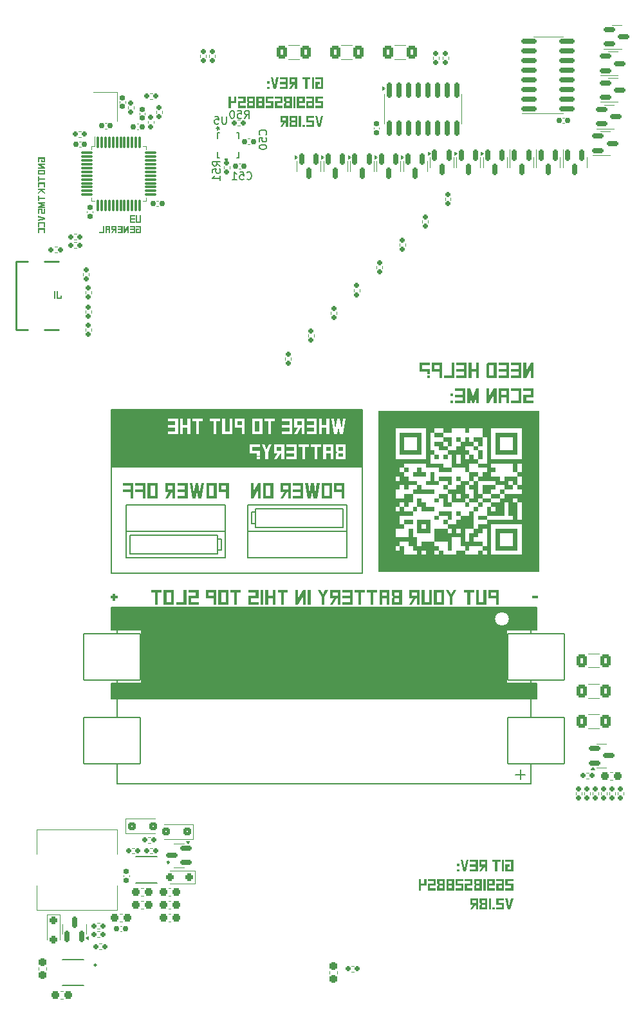
<source format=gbr>
%TF.GenerationSoftware,KiCad,Pcbnew,8.0.8*%
%TF.CreationDate,2025-07-10T22:25:39+08:00*%
%TF.ProjectId,pcb_badge,7063625f-6261-4646-9765-2e6b69636164,rev?*%
%TF.SameCoordinates,Original*%
%TF.FileFunction,Legend,Bot*%
%TF.FilePolarity,Positive*%
%FSLAX46Y46*%
G04 Gerber Fmt 4.6, Leading zero omitted, Abs format (unit mm)*
G04 Created by KiCad (PCBNEW 8.0.8) date 2025-07-10 22:25:39*
%MOMM*%
%LPD*%
G01*
G04 APERTURE LIST*
G04 Aperture macros list*
%AMRoundRect*
0 Rectangle with rounded corners*
0 $1 Rounding radius*
0 $2 $3 $4 $5 $6 $7 $8 $9 X,Y pos of 4 corners*
0 Add a 4 corners polygon primitive as box body*
4,1,4,$2,$3,$4,$5,$6,$7,$8,$9,$2,$3,0*
0 Add four circle primitives for the rounded corners*
1,1,$1+$1,$2,$3*
1,1,$1+$1,$4,$5*
1,1,$1+$1,$6,$7*
1,1,$1+$1,$8,$9*
0 Add four rect primitives between the rounded corners*
20,1,$1+$1,$2,$3,$4,$5,0*
20,1,$1+$1,$4,$5,$6,$7,0*
20,1,$1+$1,$6,$7,$8,$9,0*
20,1,$1+$1,$8,$9,$2,$3,0*%
G04 Aperture macros list end*
%ADD10C,0.000000*%
%ADD11C,0.150000*%
%ADD12C,0.300000*%
%ADD13C,0.120000*%
%ADD14C,0.250000*%
%ADD15C,0.127000*%
%ADD16C,0.152400*%
%ADD17R,1.700000X1.700000*%
%ADD18O,1.700000X1.700000*%
%ADD19R,3.000000X3.000000*%
%ADD20C,3.000000*%
%ADD21RoundRect,0.155000X0.212500X0.155000X-0.212500X0.155000X-0.212500X-0.155000X0.212500X-0.155000X0*%
%ADD22RoundRect,0.150000X-0.150000X0.587500X-0.150000X-0.587500X0.150000X-0.587500X0.150000X0.587500X0*%
%ADD23RoundRect,0.160000X0.160000X-0.197500X0.160000X0.197500X-0.160000X0.197500X-0.160000X-0.197500X0*%
%ADD24RoundRect,0.075000X-0.075000X0.662500X-0.075000X-0.662500X0.075000X-0.662500X0.075000X0.662500X0*%
%ADD25RoundRect,0.075000X-0.662500X0.075000X-0.662500X-0.075000X0.662500X-0.075000X0.662500X0.075000X0*%
%ADD26RoundRect,0.237500X-0.300000X-0.237500X0.300000X-0.237500X0.300000X0.237500X-0.300000X0.237500X0*%
%ADD27R,1.805236X0.612132*%
%ADD28RoundRect,0.250000X-0.250000X0.250000X-0.250000X-0.250000X0.250000X-0.250000X0.250000X0.250000X0*%
%ADD29RoundRect,0.160000X-0.160000X0.197500X-0.160000X-0.197500X0.160000X-0.197500X0.160000X0.197500X0*%
%ADD30RoundRect,0.250000X0.400000X0.625000X-0.400000X0.625000X-0.400000X-0.625000X0.400000X-0.625000X0*%
%ADD31C,0.750000*%
%ADD32R,1.300000X0.300000*%
%ADD33O,1.800000X1.200000*%
%ADD34O,2.000000X1.200000*%
%ADD35RoundRect,0.160000X-0.197500X-0.160000X0.197500X-0.160000X0.197500X0.160000X-0.197500X0.160000X0*%
%ADD36RoundRect,0.237500X-0.237500X0.300000X-0.237500X-0.300000X0.237500X-0.300000X0.237500X0.300000X0*%
%ADD37RoundRect,0.150000X-0.587500X-0.150000X0.587500X-0.150000X0.587500X0.150000X-0.587500X0.150000X0*%
%ADD38RoundRect,0.160000X0.197500X0.160000X-0.197500X0.160000X-0.197500X-0.160000X0.197500X-0.160000X0*%
%ADD39RoundRect,0.155000X-0.212500X-0.155000X0.212500X-0.155000X0.212500X0.155000X-0.212500X0.155000X0*%
%ADD40RoundRect,0.155000X-0.155000X0.212500X-0.155000X-0.212500X0.155000X-0.212500X0.155000X0.212500X0*%
%ADD41RoundRect,0.150000X0.587500X0.150000X-0.587500X0.150000X-0.587500X-0.150000X0.587500X-0.150000X0*%
%ADD42RoundRect,0.150000X-0.850000X-0.150000X0.850000X-0.150000X0.850000X0.150000X-0.850000X0.150000X0*%
%ADD43RoundRect,0.250000X-0.300000X-0.300000X0.300000X-0.300000X0.300000X0.300000X-0.300000X0.300000X0*%
%ADD44RoundRect,0.150000X-0.150000X0.850000X-0.150000X-0.850000X0.150000X-0.850000X0.150000X0.850000X0*%
%ADD45RoundRect,0.237500X0.300000X0.237500X-0.300000X0.237500X-0.300000X-0.237500X0.300000X-0.237500X0*%
%ADD46C,1.800000*%
%ADD47RoundRect,0.102000X3.725000X3.050000X-3.725000X3.050000X-3.725000X-3.050000X3.725000X-3.050000X0*%
%ADD48R,2.700000X3.600000*%
%ADD49RoundRect,0.155000X0.155000X-0.212500X0.155000X0.212500X-0.155000X0.212500X-0.155000X-0.212500X0*%
%ADD50R,1.100000X1.300000*%
%ADD51RoundRect,0.150000X0.150000X-0.587500X0.150000X0.587500X-0.150000X0.587500X-0.150000X-0.587500X0*%
%ADD52RoundRect,0.250000X0.250000X0.250000X-0.250000X0.250000X-0.250000X-0.250000X0.250000X-0.250000X0*%
%ADD53R,0.355600X0.558800*%
%ADD54R,0.558800X0.355600*%
%ADD55RoundRect,0.250000X0.300000X0.300000X-0.300000X0.300000X-0.300000X-0.300000X0.300000X-0.300000X0*%
G04 APERTURE END LIST*
D10*
G36*
X130130629Y-95513529D02*
G01*
X129558550Y-95513529D01*
X129558550Y-94941450D01*
X130130629Y-94941450D01*
X130130629Y-95513529D01*
G37*
G36*
X127842313Y-89220746D02*
G01*
X128414392Y-89220746D01*
X128414392Y-89792825D01*
X126698197Y-89792825D01*
X126698197Y-89220746D01*
X127270276Y-89220746D01*
X127270276Y-88648667D01*
X127842313Y-88648667D01*
X127842313Y-89220746D01*
G37*
G36*
X135279254Y-86360394D02*
G01*
X134707175Y-86360394D01*
X134707175Y-85788315D01*
X135279254Y-85788315D01*
X135279254Y-86360394D01*
G37*
G36*
X130130629Y-93225255D02*
G01*
X129558550Y-93225255D01*
X129558550Y-92653177D01*
X130130629Y-92653177D01*
X130130629Y-93225255D01*
G37*
D11*
X89000000Y-93500000D02*
X102000000Y-93500000D01*
X102000000Y-100500000D01*
X89000000Y-100500000D01*
X89000000Y-93500000D01*
D10*
G36*
X131274745Y-96085608D02*
G01*
X130702706Y-96085608D01*
X130702706Y-95513529D01*
X131274745Y-95513529D01*
X131274745Y-96085608D01*
G37*
G36*
X131846823Y-90936941D02*
G01*
X131274745Y-90936941D01*
X131274745Y-90364862D01*
X130130629Y-90364862D01*
X130130629Y-89792825D01*
X131846823Y-89792825D01*
X131846823Y-90936941D01*
G37*
D11*
X87000000Y-117000000D02*
X143000000Y-117000000D01*
X143000000Y-119000000D01*
X87000000Y-119000000D01*
X87000000Y-117000000D01*
G36*
X87000000Y-117000000D02*
G01*
X143000000Y-117000000D01*
X143000000Y-119000000D01*
X87000000Y-119000000D01*
X87000000Y-117000000D01*
G37*
D10*
G36*
X138139606Y-92653177D02*
G01*
X136995490Y-92653177D01*
X136995490Y-92081099D01*
X138139606Y-92081099D01*
X138139606Y-92653177D01*
G37*
G36*
X135851333Y-85788315D02*
G01*
X135279254Y-85788315D01*
X135279254Y-85216236D01*
X134707175Y-85216236D01*
X134707175Y-84644157D01*
X135851333Y-84644157D01*
X135851333Y-85788315D01*
G37*
G36*
X135851333Y-93797294D02*
G01*
X135279254Y-93797294D01*
X135279254Y-93225255D01*
X135851333Y-93225255D01*
X135851333Y-93797294D01*
G37*
G36*
X129558550Y-90364862D02*
G01*
X130130629Y-90364862D01*
X130130629Y-90936941D01*
X128414392Y-90936941D01*
X128414392Y-90364862D01*
X128986471Y-90364862D01*
X128986471Y-89220746D01*
X129558550Y-89220746D01*
X129558550Y-90364862D01*
G37*
D11*
X89500000Y-97500000D02*
X101000000Y-97500000D01*
X101000000Y-100000000D01*
X89500000Y-100000000D01*
X89500000Y-97500000D01*
D10*
G36*
X131846823Y-95513529D02*
G01*
X131274745Y-95513529D01*
X131274745Y-94941450D01*
X130130629Y-94941450D01*
X130130629Y-94369371D01*
X131846823Y-94369371D01*
X131846823Y-95513529D01*
G37*
G36*
X135851333Y-87504510D02*
G01*
X135279254Y-87504510D01*
X135279254Y-86360394D01*
X135851333Y-86360394D01*
X135851333Y-87504510D01*
G37*
D11*
X91000000Y-109500000D02*
X139000000Y-109500000D01*
X139000000Y-117500000D01*
X91000000Y-117500000D01*
X91000000Y-109500000D01*
G36*
X91000000Y-109500000D02*
G01*
X139000000Y-109500000D01*
X139000000Y-117500000D01*
X91000000Y-117500000D01*
X91000000Y-109500000D01*
G37*
D10*
G36*
X131274745Y-91509020D02*
G01*
X130702706Y-91509020D01*
X130702706Y-90936941D01*
X131274745Y-90936941D01*
X131274745Y-91509020D01*
G37*
G36*
X131274745Y-87504510D02*
G01*
X130702706Y-87504510D01*
X130702706Y-86932431D01*
X131274745Y-86932431D01*
X131274745Y-87504510D01*
G37*
G36*
X132990980Y-94941450D02*
G01*
X132418901Y-94941450D01*
X132418901Y-94369371D01*
X132990980Y-94369371D01*
X132990980Y-94941450D01*
G37*
G36*
X136423412Y-95513529D02*
G01*
X135279254Y-95513529D01*
X135279254Y-94941450D01*
X136423412Y-94941450D01*
X136423412Y-95513529D01*
G37*
G36*
X132990980Y-90364862D02*
G01*
X132418901Y-90364862D01*
X132418901Y-89792825D01*
X132990980Y-89792825D01*
X132990980Y-90364862D01*
G37*
D11*
X93000000Y-87700000D02*
X118500000Y-87700000D01*
X118500000Y-88500000D01*
X93000000Y-88500000D01*
X93000000Y-87700000D01*
G36*
X93000000Y-87700000D02*
G01*
X118500000Y-87700000D01*
X118500000Y-88500000D01*
X93000000Y-88500000D01*
X93000000Y-87700000D01*
G37*
D10*
G36*
X134135138Y-93797294D02*
G01*
X133563059Y-93797294D01*
X133563059Y-93225255D01*
X134135138Y-93225255D01*
X134135138Y-93797294D01*
G37*
G36*
X126126118Y-89220746D02*
G01*
X125554039Y-89220746D01*
X125554039Y-88648667D01*
X126126118Y-88648667D01*
X126126118Y-89220746D01*
G37*
D11*
X101000000Y-98000000D02*
X101500000Y-98000000D01*
X101500000Y-99500000D01*
X101000000Y-99500000D01*
X101000000Y-98000000D01*
X102000000Y-97000000D02*
X89000000Y-97000000D01*
X87000000Y-107000000D02*
X143000000Y-107000000D01*
X143000000Y-110000000D01*
X87000000Y-110000000D01*
X87000000Y-107000000D01*
G36*
X87000000Y-107000000D02*
G01*
X143000000Y-107000000D01*
X143000000Y-110000000D01*
X87000000Y-110000000D01*
X87000000Y-107000000D01*
G37*
D10*
G36*
X127842313Y-91509020D02*
G01*
X129558550Y-91509020D01*
X129558550Y-92081099D01*
X126698197Y-92081099D01*
X126698197Y-91509020D01*
X127270276Y-91509020D01*
X127270276Y-90936941D01*
X127842313Y-90936941D01*
X127842313Y-91509020D01*
G37*
G36*
X131274745Y-93225255D02*
G01*
X131846823Y-93225255D01*
X131846823Y-93797294D01*
X130702706Y-93797294D01*
X130702706Y-92653177D01*
X130130629Y-92653177D01*
X130130629Y-92081099D01*
X131274745Y-92081099D01*
X131274745Y-93225255D01*
G37*
G36*
X136995490Y-93225255D02*
G01*
X135851333Y-93225255D01*
X135851333Y-92653177D01*
X136995490Y-92653177D01*
X136995490Y-93225255D01*
G37*
G36*
X127842313Y-86932431D02*
G01*
X124981961Y-86932431D01*
X124981961Y-84644157D01*
X125554039Y-84644157D01*
X125554039Y-86360394D01*
X127270276Y-86360394D01*
X127270276Y-84644157D01*
X125554039Y-84644157D01*
X124981961Y-84644157D01*
X124981961Y-84072078D01*
X127842313Y-84072078D01*
X127842313Y-86360394D01*
X127842313Y-86932431D01*
G37*
D11*
X105000000Y-93500000D02*
X118000000Y-93500000D01*
X118000000Y-100500000D01*
X105000000Y-100500000D01*
X105000000Y-93500000D01*
D10*
G36*
X140427922Y-86932431D02*
G01*
X137567569Y-86932431D01*
X137567569Y-84644157D01*
X138139606Y-84644157D01*
X138139606Y-86360394D01*
X139855843Y-86360394D01*
X139855843Y-84644157D01*
X138139606Y-84644157D01*
X137567569Y-84644157D01*
X137567569Y-84072078D01*
X140427922Y-84072078D01*
X140427922Y-86360394D01*
X140427922Y-86932431D01*
G37*
D11*
X105000000Y-97000000D02*
X118000000Y-97000000D01*
D10*
G36*
X130130629Y-87504510D02*
G01*
X129558550Y-87504510D01*
X129558550Y-86932431D01*
X130130629Y-86932431D01*
X130130629Y-87504510D01*
G37*
G36*
X126698197Y-96085608D02*
G01*
X125554039Y-96085608D01*
X125554039Y-95513529D01*
X126698197Y-95513529D01*
X126698197Y-96085608D01*
G37*
G36*
X137567569Y-91509020D02*
G01*
X136995490Y-91509020D01*
X136995490Y-92081099D01*
X135851333Y-92081099D01*
X135851333Y-90936941D01*
X137567569Y-90936941D01*
X137567569Y-91509020D01*
G37*
G36*
X127842313Y-93225255D02*
G01*
X128414392Y-93225255D01*
X128414392Y-93797294D01*
X129558550Y-93797294D01*
X129558550Y-94369371D01*
X127842313Y-94369371D01*
X127842313Y-93797294D01*
X127270276Y-93797294D01*
X127270276Y-92653177D01*
X127842313Y-92653177D01*
X127842313Y-93225255D01*
G37*
G36*
X131846823Y-85788315D02*
G01*
X131274745Y-85788315D01*
X131274745Y-85216236D01*
X130702706Y-85216236D01*
X130702706Y-84644157D01*
X131846823Y-84644157D01*
X131846823Y-85788315D01*
G37*
D11*
X87000000Y-81000000D02*
X120000000Y-81000000D01*
X120000000Y-102500000D01*
X87000000Y-102500000D01*
X87000000Y-81000000D01*
D10*
G36*
X128986471Y-97229724D02*
G01*
X127270276Y-97229724D01*
X127270276Y-96085608D01*
X127842313Y-96085608D01*
X127842313Y-96657687D01*
X128414392Y-96657687D01*
X128414392Y-96085608D01*
X127842313Y-96085608D01*
X127270276Y-96085608D01*
X127270276Y-95513529D01*
X128986471Y-95513529D01*
X128986471Y-96657687D01*
X128986471Y-97229724D01*
G37*
D11*
X93500000Y-81000000D02*
X118500000Y-81000000D01*
X118500000Y-82000000D01*
X93500000Y-82000000D01*
X93500000Y-81000000D01*
G36*
X93500000Y-81000000D02*
G01*
X118500000Y-81000000D01*
X118500000Y-82000000D01*
X93500000Y-82000000D01*
X93500000Y-81000000D01*
G37*
D10*
G36*
X130702706Y-84072078D02*
G01*
X130702706Y-84644157D01*
X129558550Y-84644157D01*
X129558550Y-84072078D01*
X130702706Y-84072078D01*
G37*
G36*
X143288274Y-89220746D02*
G01*
X143288274Y-89792825D01*
X143288274Y-91509020D01*
X143288274Y-95513529D01*
X143288274Y-100090118D01*
X143288274Y-102378391D01*
X122121609Y-102378391D01*
X122121609Y-98945961D01*
X124409882Y-98945961D01*
X124409882Y-99518039D01*
X124981961Y-99518039D01*
X124981961Y-98945961D01*
X125554039Y-98945961D01*
X125554039Y-99518039D01*
X125554039Y-100090118D01*
X127270276Y-100090118D01*
X127842313Y-100090118D01*
X128414392Y-100090118D01*
X128414392Y-99518039D01*
X127842313Y-99518039D01*
X127842313Y-100090118D01*
X127270276Y-100090118D01*
X127270276Y-99518039D01*
X126698197Y-99518039D01*
X126698197Y-98945961D01*
X126126118Y-98945961D01*
X126126118Y-98373882D01*
X124981961Y-98373882D01*
X124981961Y-98945961D01*
X124409882Y-98945961D01*
X122121609Y-98945961D01*
X122121609Y-91509020D01*
X124409882Y-91509020D01*
X124409882Y-92653177D01*
X125554039Y-92653177D01*
X125554039Y-92081099D01*
X126698197Y-92081099D01*
X126698197Y-93225255D01*
X126126118Y-93225255D01*
X126126118Y-93797294D01*
X125554039Y-93797294D01*
X125554039Y-93225255D01*
X124981961Y-93225255D01*
X124981961Y-93797294D01*
X124409882Y-93797294D01*
X124409882Y-94369371D01*
X124981961Y-94369371D01*
X124981961Y-93797294D01*
X125554039Y-93797294D01*
X125554039Y-94369371D01*
X126698197Y-94369371D01*
X126698197Y-94941450D01*
X124981961Y-94941450D01*
X124981961Y-96085608D01*
X125554039Y-96085608D01*
X125554039Y-96657687D01*
X124409882Y-96657687D01*
X124409882Y-97801803D01*
X126126118Y-97801803D01*
X126126118Y-96657687D01*
X126698197Y-96657687D01*
X126698197Y-97801803D01*
X127270276Y-97801803D01*
X127270276Y-98945961D01*
X127842313Y-98945961D01*
X127842313Y-98373882D01*
X129558550Y-98373882D01*
X129558550Y-98945961D01*
X130130629Y-98945961D01*
X130130629Y-99518039D01*
X129558550Y-99518039D01*
X129558550Y-100090118D01*
X130130629Y-100090118D01*
X130130629Y-99518039D01*
X130702706Y-99518039D01*
X130702706Y-100090118D01*
X132418901Y-100090118D01*
X132418901Y-99518039D01*
X133563059Y-99518039D01*
X133563059Y-100090118D01*
X135279254Y-100090118D01*
X135279254Y-99518039D01*
X135851333Y-99518039D01*
X135851333Y-100090118D01*
X136423412Y-100090118D01*
X136995490Y-100090118D01*
X141000000Y-100090118D01*
X141000000Y-96085608D01*
X136995490Y-96085608D01*
X136995490Y-98945961D01*
X136995490Y-100090118D01*
X136423412Y-100090118D01*
X136423412Y-99518039D01*
X135851333Y-99518039D01*
X135851333Y-98945961D01*
X136423412Y-98945961D01*
X136423412Y-96657687D01*
X135851333Y-96657687D01*
X135851333Y-97229724D01*
X135279254Y-97229724D01*
X135279254Y-97801803D01*
X134707175Y-97801803D01*
X134707175Y-98373882D01*
X135851333Y-98373882D01*
X135851333Y-98945961D01*
X134135138Y-98945961D01*
X134135138Y-99518039D01*
X133563059Y-99518039D01*
X133563059Y-98945961D01*
X132990980Y-98945961D01*
X132990980Y-98373882D01*
X133563059Y-98373882D01*
X134135138Y-98373882D01*
X134135138Y-97229724D01*
X134707175Y-97229724D01*
X134707175Y-96657687D01*
X133563059Y-96657687D01*
X133563059Y-97229724D01*
X133563059Y-98373882D01*
X132990980Y-98373882D01*
X132990980Y-97801803D01*
X131846823Y-97801803D01*
X131846823Y-99518039D01*
X131274745Y-99518039D01*
X131274745Y-98373882D01*
X129558550Y-98373882D01*
X129558550Y-96657687D01*
X131274745Y-96657687D01*
X131274745Y-97229724D01*
X131846823Y-97229724D01*
X131846823Y-96657687D01*
X132418901Y-96657687D01*
X132418901Y-97229724D01*
X132990980Y-97229724D01*
X132990980Y-96657687D01*
X132418901Y-96657687D01*
X131846823Y-96657687D01*
X131274745Y-96657687D01*
X131274745Y-96085608D01*
X132418901Y-96085608D01*
X132418901Y-95513529D01*
X132990980Y-95513529D01*
X132990980Y-94941450D01*
X134135138Y-94941450D01*
X134135138Y-94369371D01*
X134707175Y-94369371D01*
X134707175Y-96657687D01*
X135279254Y-96657687D01*
X135279254Y-96085608D01*
X136423412Y-96085608D01*
X136423412Y-95513529D01*
X139855843Y-95513529D01*
X139855843Y-94941450D01*
X139283764Y-94941450D01*
X139283764Y-93225255D01*
X139855843Y-93225255D01*
X140427922Y-93225255D01*
X140427922Y-95513529D01*
X141000000Y-95513529D01*
X141000000Y-93225255D01*
X140427922Y-93225255D01*
X140427922Y-92653177D01*
X139855843Y-92653177D01*
X139855843Y-93225255D01*
X139283764Y-93225255D01*
X138711685Y-93225255D01*
X138711685Y-94941450D01*
X136423412Y-94941450D01*
X136423412Y-93797294D01*
X136995490Y-93797294D01*
X136995490Y-94369371D01*
X137567569Y-94369371D01*
X137567569Y-93797294D01*
X136995490Y-93797294D01*
X136995490Y-93225255D01*
X138139606Y-93225255D01*
X138139606Y-92653177D01*
X138711685Y-92653177D01*
X138711685Y-92081099D01*
X141000000Y-92081099D01*
X141000000Y-91509020D01*
X140427922Y-91509020D01*
X140427922Y-90936941D01*
X139855843Y-90936941D01*
X139855843Y-91509020D01*
X138711685Y-91509020D01*
X138711685Y-90936941D01*
X139283764Y-90936941D01*
X139855843Y-90936941D01*
X139855843Y-90364862D01*
X139283764Y-90364862D01*
X139283764Y-90936941D01*
X138711685Y-90936941D01*
X137567569Y-90936941D01*
X137567569Y-90364862D01*
X135279254Y-90364862D01*
X135279254Y-89792825D01*
X134707175Y-89792825D01*
X134707175Y-90364862D01*
X134135138Y-90364862D01*
X134135138Y-89220746D01*
X135279254Y-89220746D01*
X135279254Y-89792825D01*
X135851333Y-89792825D01*
X135851333Y-89220746D01*
X136423412Y-89220746D01*
X136423412Y-88648667D01*
X135279254Y-88648667D01*
X135279254Y-88076588D01*
X134135138Y-88076588D01*
X134135138Y-89220746D01*
X133563059Y-89220746D01*
X133563059Y-88648667D01*
X131846823Y-88648667D01*
X131846823Y-89220746D01*
X130130629Y-89220746D01*
X130130629Y-88648667D01*
X128414392Y-88648667D01*
X128414392Y-88076588D01*
X128986471Y-88076588D01*
X130702706Y-88076588D01*
X130702706Y-88648667D01*
X131846823Y-88648667D01*
X131846823Y-88076588D01*
X132418901Y-88076588D01*
X132990980Y-88076588D01*
X132990980Y-86932431D01*
X132418901Y-86932431D01*
X132418901Y-88076588D01*
X131846823Y-88076588D01*
X131846823Y-86932431D01*
X131274745Y-86932431D01*
X131274745Y-86360394D01*
X132418901Y-86360394D01*
X132418901Y-85788315D01*
X132990980Y-85788315D01*
X132990980Y-85216236D01*
X133563059Y-85216236D01*
X133563059Y-84644157D01*
X134135138Y-84644157D01*
X134135138Y-85216236D01*
X134707175Y-85216236D01*
X134707175Y-85788315D01*
X133563059Y-85788315D01*
X133563059Y-86360394D01*
X134135138Y-86360394D01*
X134135138Y-86932431D01*
X133563059Y-86932431D01*
X133563059Y-87504510D01*
X134135138Y-87504510D01*
X134135138Y-86932431D01*
X134707175Y-86932431D01*
X134707175Y-87504510D01*
X135279254Y-87504510D01*
X135279254Y-88076588D01*
X136423412Y-88076588D01*
X136995490Y-88076588D01*
X136995490Y-88648667D01*
X137567569Y-88648667D01*
X137567569Y-89220746D01*
X136995490Y-89220746D01*
X136995490Y-89792825D01*
X138139606Y-89792825D01*
X138139606Y-90364862D01*
X138711685Y-90364862D01*
X138711685Y-89792825D01*
X140427922Y-89792825D01*
X140427922Y-90936941D01*
X141000000Y-90936941D01*
X141000000Y-89792825D01*
X140427922Y-89792825D01*
X140427922Y-89220746D01*
X141000000Y-89220746D01*
X141000000Y-88076588D01*
X140427922Y-88076588D01*
X140427922Y-89220746D01*
X139855843Y-89220746D01*
X139855843Y-88076588D01*
X136995490Y-88076588D01*
X136423412Y-88076588D01*
X136423412Y-84644157D01*
X135851333Y-84644157D01*
X135851333Y-83500000D01*
X136995490Y-83500000D01*
X136995490Y-87504510D01*
X141000000Y-87504510D01*
X141000000Y-83500000D01*
X136995490Y-83500000D01*
X135851333Y-83500000D01*
X134135138Y-83500000D01*
X134135138Y-84072078D01*
X133563059Y-84072078D01*
X133563059Y-83500000D01*
X131846823Y-83500000D01*
X131846823Y-84072078D01*
X130702706Y-84072078D01*
X130702706Y-83500000D01*
X129558550Y-83500000D01*
X129558550Y-84072078D01*
X128986471Y-84072078D01*
X128986471Y-86360394D01*
X129558550Y-86360394D01*
X129558550Y-86932431D01*
X128986471Y-86932431D01*
X128986471Y-87504510D01*
X128986471Y-88076588D01*
X128414392Y-88076588D01*
X125554039Y-88076588D01*
X125554039Y-88648667D01*
X124981961Y-88648667D01*
X124981961Y-89220746D01*
X125554039Y-89220746D01*
X125554039Y-89792825D01*
X126126118Y-89792825D01*
X126126118Y-90364862D01*
X127270276Y-90364862D01*
X127270276Y-90936941D01*
X126126118Y-90936941D01*
X126126118Y-91509020D01*
X125554039Y-91509020D01*
X125554039Y-90936941D01*
X124981961Y-90936941D01*
X124981961Y-91509020D01*
X124409882Y-91509020D01*
X122121609Y-91509020D01*
X122121609Y-89792825D01*
X124409882Y-89792825D01*
X124409882Y-90364862D01*
X124981961Y-90364862D01*
X124981961Y-89792825D01*
X124409882Y-89792825D01*
X122121609Y-89792825D01*
X122121609Y-87504510D01*
X124409882Y-87504510D01*
X128414392Y-87504510D01*
X128414392Y-83500000D01*
X124409882Y-83500000D01*
X124409882Y-87504510D01*
X122121609Y-87504510D01*
X122121609Y-81211726D01*
X143288274Y-81211726D01*
X143288274Y-87504510D01*
X143288274Y-89220746D01*
G37*
G36*
X130702706Y-85788315D02*
G01*
X131274745Y-85788315D01*
X131274745Y-86360394D01*
X130130629Y-86360394D01*
X130130629Y-85788315D01*
X129558550Y-85788315D01*
X129558550Y-85216236D01*
X130702706Y-85216236D01*
X130702706Y-85788315D01*
G37*
G36*
X140427922Y-99518039D02*
G01*
X137567569Y-99518039D01*
X137567569Y-97229724D01*
X138139606Y-97229724D01*
X138139606Y-98945961D01*
X139855843Y-98945961D01*
X139855843Y-97229724D01*
X138139606Y-97229724D01*
X137567569Y-97229724D01*
X137567569Y-96657687D01*
X140427922Y-96657687D01*
X140427922Y-98945961D01*
X140427922Y-99518039D01*
G37*
D11*
X118000000Y-81000000D02*
X120000000Y-81000000D01*
X120000000Y-88500000D01*
X118000000Y-88500000D01*
X118000000Y-81000000D01*
G36*
X118000000Y-81000000D02*
G01*
X120000000Y-81000000D01*
X120000000Y-88500000D01*
X118000000Y-88500000D01*
X118000000Y-81000000D01*
G37*
X120000000Y-88500000D02*
X87000000Y-88500000D01*
D10*
G36*
X132990980Y-85216236D02*
G01*
X132418901Y-85216236D01*
X132418901Y-84644157D01*
X132990980Y-84644157D01*
X132990980Y-85216236D01*
G37*
D11*
X105500000Y-94500000D02*
X106000000Y-94500000D01*
X106000000Y-96000000D01*
X105500000Y-96000000D01*
X105500000Y-94500000D01*
D10*
G36*
X135279254Y-92081099D02*
G01*
X135851333Y-92081099D01*
X135851333Y-92653177D01*
X135279254Y-92653177D01*
X135279254Y-93225255D01*
X134135138Y-93225255D01*
X134135138Y-92653177D01*
X133563059Y-92653177D01*
X133563059Y-93225255D01*
X131846823Y-93225255D01*
X131846823Y-92653177D01*
X132418901Y-92653177D01*
X132990980Y-92653177D01*
X132990980Y-92081099D01*
X132418901Y-92081099D01*
X132418901Y-92653177D01*
X131846823Y-92653177D01*
X131846823Y-92081099D01*
X131274745Y-92081099D01*
X131274745Y-91509020D01*
X132418901Y-91509020D01*
X132418901Y-90936941D01*
X132990980Y-90936941D01*
X133563059Y-90936941D01*
X133563059Y-92081099D01*
X134135138Y-92081099D01*
X134135138Y-92653177D01*
X134707175Y-92653177D01*
X134707175Y-91509020D01*
X134135138Y-91509020D01*
X134135138Y-90936941D01*
X133563059Y-90936941D01*
X132990980Y-90936941D01*
X132990980Y-90364862D01*
X134135138Y-90364862D01*
X134135138Y-90936941D01*
X134707175Y-90936941D01*
X134707175Y-90364862D01*
X135279254Y-90364862D01*
X135279254Y-91509020D01*
X135279254Y-92081099D01*
G37*
G36*
X127270276Y-94369371D02*
G01*
X126698197Y-94369371D01*
X126698197Y-93797294D01*
X127270276Y-93797294D01*
X127270276Y-94369371D01*
G37*
D11*
X106000000Y-94000000D02*
X117500000Y-94000000D01*
X117500000Y-96500000D01*
X106000000Y-96500000D01*
X106000000Y-94000000D01*
D10*
G36*
X135279254Y-94369371D02*
G01*
X134707175Y-94369371D01*
X134707175Y-93797294D01*
X135279254Y-93797294D01*
X135279254Y-94369371D01*
G37*
D11*
X87000000Y-81000000D02*
X94200000Y-81000000D01*
X94200000Y-88500000D01*
X87000000Y-88500000D01*
X87000000Y-81000000D01*
G36*
X87000000Y-81000000D02*
G01*
X94200000Y-81000000D01*
X94200000Y-88500000D01*
X87000000Y-88500000D01*
X87000000Y-81000000D01*
G37*
D10*
G36*
X138711685Y-92081099D02*
G01*
X138139606Y-92081099D01*
X138139606Y-91509020D01*
X138711685Y-91509020D01*
X138711685Y-92081099D01*
G37*
D12*
G36*
X114464009Y-37939002D02*
G01*
X113874528Y-37939002D01*
X113874528Y-38830000D01*
X114906210Y-38830000D01*
X114906210Y-37329371D01*
X113874528Y-37329371D01*
X113874528Y-37605976D01*
X114609089Y-37605976D01*
X114609089Y-38553394D01*
X114171650Y-38553394D01*
X114171650Y-38215607D01*
X114464009Y-38215607D01*
X114464009Y-37939002D01*
G37*
G36*
X113394225Y-38830000D02*
G01*
X113691346Y-38830000D01*
X113691346Y-37329371D01*
X113394225Y-37329371D01*
X113394225Y-38830000D01*
G37*
G36*
X112820498Y-37605976D02*
G01*
X113203349Y-37605976D01*
X113203349Y-37329371D01*
X112171667Y-37329371D01*
X112171667Y-37605976D01*
X112523377Y-37605976D01*
X112523377Y-38830000D01*
X112820498Y-38830000D01*
X112820498Y-37605976D01*
G37*
G36*
X111468248Y-38830000D02*
G01*
X111171127Y-38830000D01*
X111171127Y-38215607D01*
X111090160Y-38215607D01*
X110728558Y-38830000D01*
X110428140Y-38830000D01*
X110781681Y-38215607D01*
X110436566Y-38215607D01*
X110436566Y-37939002D01*
X110733688Y-37939002D01*
X111171127Y-37939002D01*
X111171127Y-37605976D01*
X110733688Y-37605976D01*
X110733688Y-37939002D01*
X110436566Y-37939002D01*
X110436566Y-37329371D01*
X111468248Y-37329371D01*
X111468248Y-38830000D01*
G37*
G36*
X109956263Y-37605976D02*
G01*
X109956263Y-37939002D01*
X109221702Y-37939002D01*
X109221702Y-38215607D01*
X109956263Y-38215607D01*
X109956263Y-38553394D01*
X109221702Y-38553394D01*
X109221702Y-38830000D01*
X110253384Y-38830000D01*
X110253384Y-37329371D01*
X109221702Y-37329371D01*
X109221702Y-37605976D01*
X109956263Y-37605976D01*
G37*
G36*
X108281978Y-37329371D02*
G01*
X107992184Y-37329371D01*
X108318614Y-38830000D01*
X108681681Y-38830000D01*
X109032658Y-37329371D01*
X108725645Y-37329371D01*
X108513154Y-38419305D01*
X108281978Y-37329371D01*
G37*
G36*
X107526535Y-37849975D02*
G01*
X107526535Y-38126580D01*
X107823656Y-38126580D01*
X107823656Y-37849975D01*
X107526535Y-37849975D01*
G37*
G36*
X107526535Y-38553394D02*
G01*
X107526535Y-38830000D01*
X107823656Y-38830000D01*
X107823656Y-38553394D01*
X107526535Y-38553394D01*
G37*
G36*
X113874528Y-41073394D02*
G01*
X113874528Y-41350000D01*
X114906210Y-41350000D01*
X114906210Y-40459002D01*
X114171650Y-40459002D01*
X114171650Y-40125976D01*
X114906210Y-40125976D01*
X114906210Y-39849371D01*
X113874528Y-39849371D01*
X113874528Y-40735607D01*
X114609089Y-40735607D01*
X114609089Y-41073394D01*
X113874528Y-41073394D01*
G37*
G36*
X113691346Y-41350000D02*
G01*
X112659665Y-41350000D01*
X112659665Y-41073394D01*
X112956786Y-41073394D01*
X113394225Y-41073394D01*
X113394225Y-40735607D01*
X112956786Y-40735607D01*
X112956786Y-41073394D01*
X112659665Y-41073394D01*
X112659665Y-40459002D01*
X113394225Y-40459002D01*
X113394225Y-40125976D01*
X112659665Y-40125976D01*
X112659665Y-39849371D01*
X113691346Y-39849371D01*
X113691346Y-41350000D01*
G37*
G36*
X112476482Y-40735607D02*
G01*
X111741922Y-40735607D01*
X111741922Y-41073394D01*
X112476482Y-41073394D01*
X112476482Y-41350000D01*
X111444801Y-41350000D01*
X111444801Y-40459002D01*
X111741922Y-40459002D01*
X112179361Y-40459002D01*
X112179361Y-40125976D01*
X111741922Y-40125976D01*
X111741922Y-40459002D01*
X111444801Y-40459002D01*
X111444801Y-39849371D01*
X112476482Y-39849371D01*
X112476482Y-40735607D01*
G37*
G36*
X110964497Y-41350000D02*
G01*
X111261618Y-41350000D01*
X111261618Y-39849371D01*
X110964497Y-39849371D01*
X110964497Y-41350000D01*
G37*
G36*
X110773621Y-41350000D02*
G01*
X109741939Y-41350000D01*
X109741939Y-41073394D01*
X110039061Y-41073394D01*
X110476500Y-41073394D01*
X110476500Y-40735607D01*
X110039061Y-40735607D01*
X110039061Y-41073394D01*
X109741939Y-41073394D01*
X109741939Y-40789462D01*
X109867236Y-40602616D01*
X109770168Y-40459002D01*
X110039061Y-40459002D01*
X110476500Y-40459002D01*
X110476500Y-40125976D01*
X110039061Y-40125976D01*
X110039061Y-40459002D01*
X109770168Y-40459002D01*
X109741939Y-40417236D01*
X109741939Y-39849371D01*
X110773621Y-39849371D01*
X110773621Y-41350000D01*
G37*
G36*
X109558757Y-40735607D02*
G01*
X109558757Y-39849371D01*
X108527076Y-39849371D01*
X108527076Y-40125976D01*
X109261636Y-40125976D01*
X109261636Y-40459002D01*
X108527076Y-40459002D01*
X108527076Y-41350000D01*
X109558757Y-41350000D01*
X109558757Y-41073394D01*
X108824197Y-41073394D01*
X108824197Y-40735607D01*
X109558757Y-40735607D01*
G37*
G36*
X107312212Y-41073394D02*
G01*
X107312212Y-41350000D01*
X108343893Y-41350000D01*
X108343893Y-40459002D01*
X107609333Y-40459002D01*
X107609333Y-40125976D01*
X108343893Y-40125976D01*
X108343893Y-39849371D01*
X107312212Y-39849371D01*
X107312212Y-40735607D01*
X108046772Y-40735607D01*
X108046772Y-41073394D01*
X107312212Y-41073394D01*
G37*
G36*
X107129030Y-41350000D02*
G01*
X106097348Y-41350000D01*
X106097348Y-41073394D01*
X106394469Y-41073394D01*
X106831908Y-41073394D01*
X106831908Y-40735607D01*
X106394469Y-40735607D01*
X106394469Y-41073394D01*
X106097348Y-41073394D01*
X106097348Y-40459002D01*
X106394469Y-40459002D01*
X106831908Y-40459002D01*
X106831908Y-40125976D01*
X106394469Y-40125976D01*
X106394469Y-40459002D01*
X106097348Y-40459002D01*
X106097348Y-39849371D01*
X107129030Y-39849371D01*
X107129030Y-41350000D01*
G37*
G36*
X105914166Y-41350000D02*
G01*
X104882484Y-41350000D01*
X104882484Y-41073394D01*
X105179605Y-41073394D01*
X105617044Y-41073394D01*
X105617044Y-40735607D01*
X105179605Y-40735607D01*
X105179605Y-41073394D01*
X104882484Y-41073394D01*
X104882484Y-40789462D01*
X105007780Y-40602616D01*
X104910713Y-40459002D01*
X105179605Y-40459002D01*
X105617044Y-40459002D01*
X105617044Y-40125976D01*
X105179605Y-40125976D01*
X105179605Y-40459002D01*
X104910713Y-40459002D01*
X104882484Y-40417236D01*
X104882484Y-39849371D01*
X105914166Y-39849371D01*
X105914166Y-41350000D01*
G37*
G36*
X104699302Y-40735607D02*
G01*
X104699302Y-39849371D01*
X103667620Y-39849371D01*
X103667620Y-40125976D01*
X104402180Y-40125976D01*
X104402180Y-40459002D01*
X103667620Y-40459002D01*
X103667620Y-41350000D01*
X104699302Y-41350000D01*
X104699302Y-41073394D01*
X103964741Y-41073394D01*
X103964741Y-40735607D01*
X104699302Y-40735607D01*
G37*
G36*
X103484438Y-40735607D02*
G01*
X103484438Y-39849371D01*
X103187316Y-39849371D01*
X103187316Y-40459002D01*
X102749877Y-40459002D01*
X102749877Y-39849371D01*
X102452756Y-39849371D01*
X102452756Y-41350000D01*
X102749877Y-41350000D01*
X102749877Y-40735607D01*
X103484438Y-40735607D01*
G37*
G36*
X114149668Y-42369371D02*
G01*
X113859874Y-42369371D01*
X114186304Y-43870000D01*
X114549371Y-43870000D01*
X114900348Y-42369371D01*
X114593335Y-42369371D01*
X114380844Y-43459305D01*
X114149668Y-42369371D01*
G37*
G36*
X112659665Y-43593394D02*
G01*
X112659665Y-43870000D01*
X113691346Y-43870000D01*
X113691346Y-42979002D01*
X112956786Y-42979002D01*
X112956786Y-42645976D01*
X113691346Y-42645976D01*
X113691346Y-42369371D01*
X112659665Y-42369371D01*
X112659665Y-43255607D01*
X113394225Y-43255607D01*
X113394225Y-43593394D01*
X112659665Y-43593394D01*
G37*
G36*
X112179361Y-43593394D02*
G01*
X112179361Y-43870000D01*
X112476482Y-43870000D01*
X112476482Y-43593394D01*
X112179361Y-43593394D01*
G37*
G36*
X111691364Y-43870000D02*
G01*
X111988485Y-43870000D01*
X111988485Y-42369371D01*
X111691364Y-42369371D01*
X111691364Y-43870000D01*
G37*
G36*
X111500488Y-43870000D02*
G01*
X110468806Y-43870000D01*
X110468806Y-43593394D01*
X110765928Y-43593394D01*
X111203367Y-43593394D01*
X111203367Y-43255607D01*
X110765928Y-43255607D01*
X110765928Y-43593394D01*
X110468806Y-43593394D01*
X110468806Y-43309462D01*
X110594103Y-43122616D01*
X110497035Y-42979002D01*
X110765928Y-42979002D01*
X111203367Y-42979002D01*
X111203367Y-42645976D01*
X110765928Y-42645976D01*
X110765928Y-42979002D01*
X110497035Y-42979002D01*
X110468806Y-42937236D01*
X110468806Y-42369371D01*
X111500488Y-42369371D01*
X111500488Y-43870000D01*
G37*
G36*
X110285624Y-43870000D02*
G01*
X109988503Y-43870000D01*
X109988503Y-43255607D01*
X109907536Y-43255607D01*
X109545935Y-43870000D01*
X109245516Y-43870000D01*
X109599057Y-43255607D01*
X109253942Y-43255607D01*
X109253942Y-42979002D01*
X109551064Y-42979002D01*
X109988503Y-42979002D01*
X109988503Y-42645976D01*
X109551064Y-42645976D01*
X109551064Y-42979002D01*
X109253942Y-42979002D01*
X109253942Y-42369371D01*
X110285624Y-42369371D01*
X110285624Y-43870000D01*
G37*
D11*
G36*
X102483390Y-92660000D02*
G01*
X102118491Y-92660000D01*
X102118491Y-91840809D01*
X101139078Y-91840809D01*
X101139078Y-91027969D01*
X101503976Y-91027969D01*
X101503976Y-91503265D01*
X102118491Y-91503265D01*
X102118491Y-91027969D01*
X101503976Y-91027969D01*
X101139078Y-91027969D01*
X101139078Y-90690425D01*
X102483390Y-90690425D01*
X102483390Y-92660000D01*
G37*
G36*
X100863572Y-92660000D02*
G01*
X99519259Y-92660000D01*
X99519259Y-91027969D01*
X99884158Y-91027969D01*
X99884158Y-92322456D01*
X100498673Y-92322456D01*
X100498673Y-91027969D01*
X99884158Y-91027969D01*
X99519259Y-91027969D01*
X99519259Y-90690425D01*
X100863572Y-90690425D01*
X100863572Y-92660000D01*
G37*
G36*
X98275086Y-91760209D02*
G01*
X98434821Y-92660000D01*
X98882274Y-92660000D01*
X99232029Y-90690425D01*
X98846614Y-90690425D01*
X98660501Y-92006894D01*
X98462176Y-90690425D01*
X98088973Y-90690425D01*
X97890648Y-92006894D01*
X97705023Y-90690425D01*
X97319608Y-90690425D01*
X97669364Y-92660000D01*
X98116328Y-92660000D01*
X98275086Y-91760209D01*
G37*
G36*
X96694346Y-91027969D02*
G01*
X96694346Y-91503265D01*
X95714932Y-91503265D01*
X95714932Y-91840809D01*
X96694346Y-91840809D01*
X96694346Y-92322456D01*
X95714932Y-92322456D01*
X95714932Y-92660000D01*
X97059245Y-92660000D01*
X97059245Y-90690425D01*
X95714932Y-90690425D01*
X95714932Y-91027969D01*
X96694346Y-91027969D01*
G37*
G36*
X95439426Y-92660000D02*
G01*
X95074528Y-92660000D01*
X95074528Y-91840809D01*
X94942148Y-91840809D01*
X94460013Y-92660000D01*
X94095114Y-92660000D01*
X94566503Y-91840809D01*
X94095114Y-91840809D01*
X94095114Y-91027969D01*
X94460013Y-91027969D01*
X94460013Y-91503265D01*
X95074528Y-91503265D01*
X95074528Y-91027969D01*
X94460013Y-91027969D01*
X94095114Y-91027969D01*
X94095114Y-90690425D01*
X95439426Y-90690425D01*
X95439426Y-92660000D01*
G37*
G36*
X93125958Y-92660000D02*
G01*
X91781646Y-92660000D01*
X91781646Y-91027969D01*
X92146544Y-91027969D01*
X92146544Y-92322456D01*
X92761059Y-92322456D01*
X92761059Y-91027969D01*
X92146544Y-91027969D01*
X91781646Y-91027969D01*
X91781646Y-90690425D01*
X93125958Y-90690425D01*
X93125958Y-92660000D01*
G37*
G36*
X91141241Y-92660000D02*
G01*
X91506140Y-92660000D01*
X91506140Y-90690425D01*
X90161827Y-90690425D01*
X90161827Y-91027969D01*
X91141241Y-91027969D01*
X91141241Y-91503265D01*
X90161827Y-91503265D01*
X90161827Y-91840809D01*
X91141241Y-91840809D01*
X91141241Y-92660000D01*
G37*
G36*
X89521422Y-92660000D02*
G01*
X89886321Y-92660000D01*
X89886321Y-90690425D01*
X88542008Y-90690425D01*
X88542008Y-91027969D01*
X89521422Y-91027969D01*
X89521422Y-91503265D01*
X88542008Y-91503265D01*
X88542008Y-91840809D01*
X89521422Y-91840809D01*
X89521422Y-92660000D01*
G37*
G36*
X143129936Y-105509616D02*
G01*
X142410885Y-105509616D01*
X142410885Y-105847159D01*
X143129936Y-105847159D01*
X143129936Y-105509616D01*
G37*
G36*
X137983251Y-106660000D02*
G01*
X137618352Y-106660000D01*
X137618352Y-105840809D01*
X136638938Y-105840809D01*
X136638938Y-105027969D01*
X137003837Y-105027969D01*
X137003837Y-105503265D01*
X137618352Y-105503265D01*
X137618352Y-105027969D01*
X137003837Y-105027969D01*
X136638938Y-105027969D01*
X136638938Y-104690425D01*
X137983251Y-104690425D01*
X137983251Y-106660000D01*
G37*
G36*
X135384019Y-104690425D02*
G01*
X135019120Y-104690425D01*
X135019120Y-106660000D01*
X136363432Y-106660000D01*
X136363432Y-104690425D01*
X135998534Y-104690425D01*
X135998534Y-106322456D01*
X135384019Y-106322456D01*
X135384019Y-104690425D01*
G37*
G36*
X134233146Y-105027969D02*
G01*
X134743614Y-105027969D01*
X134743614Y-104690425D01*
X133399301Y-104690425D01*
X133399301Y-105027969D01*
X133868247Y-105027969D01*
X133868247Y-106660000D01*
X134233146Y-106660000D01*
X134233146Y-105027969D01*
G37*
G36*
X131565037Y-105675212D02*
G01*
X131565037Y-106660000D01*
X131929936Y-106660000D01*
X131929936Y-105675212D01*
X132405721Y-104690425D01*
X132028610Y-104690425D01*
X131730146Y-105315687D01*
X131423865Y-104690425D01*
X131069713Y-104690425D01*
X131565037Y-105675212D01*
G37*
G36*
X130810327Y-106660000D02*
G01*
X129466014Y-106660000D01*
X129466014Y-105027969D01*
X129830913Y-105027969D01*
X129830913Y-106322456D01*
X130445428Y-106322456D01*
X130445428Y-105027969D01*
X129830913Y-105027969D01*
X129466014Y-105027969D01*
X129466014Y-104690425D01*
X130810327Y-104690425D01*
X130810327Y-106660000D01*
G37*
G36*
X128211095Y-104690425D02*
G01*
X127846196Y-104690425D01*
X127846196Y-106660000D01*
X129190508Y-106660000D01*
X129190508Y-104690425D01*
X128825610Y-104690425D01*
X128825610Y-106322456D01*
X128211095Y-106322456D01*
X128211095Y-104690425D01*
G37*
G36*
X127570690Y-106660000D02*
G01*
X127205791Y-106660000D01*
X127205791Y-105840809D01*
X127073411Y-105840809D01*
X126591276Y-106660000D01*
X126226377Y-106660000D01*
X126697766Y-105840809D01*
X126226377Y-105840809D01*
X126226377Y-105027969D01*
X126591276Y-105027969D01*
X126591276Y-105503265D01*
X127205791Y-105503265D01*
X127205791Y-105027969D01*
X126591276Y-105027969D01*
X126226377Y-105027969D01*
X126226377Y-104690425D01*
X127570690Y-104690425D01*
X127570690Y-106660000D01*
G37*
G36*
X125257222Y-106660000D02*
G01*
X123912909Y-106660000D01*
X123912909Y-105933133D01*
X123974872Y-105840809D01*
X124277808Y-105840809D01*
X124277808Y-106322456D01*
X124892323Y-106322456D01*
X124892323Y-105840809D01*
X124277808Y-105840809D01*
X123974872Y-105840809D01*
X124083390Y-105679120D01*
X123912909Y-105427062D01*
X123912909Y-105027969D01*
X124277808Y-105027969D01*
X124277808Y-105503265D01*
X124892323Y-105503265D01*
X124892323Y-105027969D01*
X124277808Y-105027969D01*
X123912909Y-105027969D01*
X123912909Y-104690425D01*
X125257222Y-104690425D01*
X125257222Y-106660000D01*
G37*
G36*
X123637403Y-106660000D02*
G01*
X123272504Y-106660000D01*
X123272504Y-105840809D01*
X122657989Y-105840809D01*
X122657989Y-106660000D01*
X122293090Y-106660000D01*
X122293090Y-105027969D01*
X122657989Y-105027969D01*
X122657989Y-105503265D01*
X123272504Y-105503265D01*
X123272504Y-105027969D01*
X122657989Y-105027969D01*
X122293090Y-105027969D01*
X122293090Y-104690425D01*
X123637403Y-104690425D01*
X123637403Y-106660000D01*
G37*
G36*
X121507117Y-105027969D02*
G01*
X122017584Y-105027969D01*
X122017584Y-104690425D01*
X120673272Y-104690425D01*
X120673272Y-105027969D01*
X121142218Y-105027969D01*
X121142218Y-106660000D01*
X121507117Y-106660000D01*
X121507117Y-105027969D01*
G37*
G36*
X119887298Y-105027969D02*
G01*
X120397766Y-105027969D01*
X120397766Y-104690425D01*
X119053453Y-104690425D01*
X119053453Y-105027969D01*
X119522400Y-105027969D01*
X119522400Y-106660000D01*
X119887298Y-106660000D01*
X119887298Y-105027969D01*
G37*
G36*
X118413049Y-105027969D02*
G01*
X118413049Y-105503265D01*
X117433635Y-105503265D01*
X117433635Y-105840809D01*
X118413049Y-105840809D01*
X118413049Y-106322456D01*
X117433635Y-106322456D01*
X117433635Y-106660000D01*
X118777947Y-106660000D01*
X118777947Y-104690425D01*
X117433635Y-104690425D01*
X117433635Y-105027969D01*
X118413049Y-105027969D01*
G37*
G36*
X117158129Y-106660000D02*
G01*
X116793230Y-106660000D01*
X116793230Y-105840809D01*
X116660850Y-105840809D01*
X116178715Y-106660000D01*
X115813816Y-106660000D01*
X116285205Y-105840809D01*
X115813816Y-105840809D01*
X115813816Y-105027969D01*
X116178715Y-105027969D01*
X116178715Y-105503265D01*
X116793230Y-105503265D01*
X116793230Y-105027969D01*
X116178715Y-105027969D01*
X115813816Y-105027969D01*
X115813816Y-104690425D01*
X117158129Y-104690425D01*
X117158129Y-106660000D01*
G37*
G36*
X114673202Y-105675212D02*
G01*
X114673202Y-106660000D01*
X115038101Y-106660000D01*
X115038101Y-105675212D01*
X115513886Y-104690425D01*
X115136775Y-104690425D01*
X114838310Y-105315687D01*
X114532030Y-104690425D01*
X114177878Y-104690425D01*
X114673202Y-105675212D01*
G37*
G36*
X112859943Y-106660000D02*
G01*
X113224842Y-106660000D01*
X113224842Y-104690425D01*
X112859943Y-104690425D01*
X112859943Y-106660000D01*
G37*
G36*
X112209280Y-106660000D02*
G01*
X112574179Y-106660000D01*
X112574179Y-104690425D01*
X112209280Y-104690425D01*
X111594765Y-105794403D01*
X111594765Y-104690425D01*
X111229866Y-104690425D01*
X111229866Y-106660000D01*
X111594765Y-106660000D01*
X112209280Y-105522805D01*
X112209280Y-106660000D01*
G37*
G36*
X109750243Y-105027969D02*
G01*
X110260711Y-105027969D01*
X110260711Y-104690425D01*
X108916398Y-104690425D01*
X108916398Y-105027969D01*
X109385344Y-105027969D01*
X109385344Y-106660000D01*
X109750243Y-106660000D01*
X109750243Y-105027969D01*
G37*
G36*
X108275993Y-106660000D02*
G01*
X108640892Y-106660000D01*
X108640892Y-104690425D01*
X108275993Y-104690425D01*
X108275993Y-105503265D01*
X107661478Y-105503265D01*
X107661478Y-104690425D01*
X107296580Y-104690425D01*
X107296580Y-106660000D01*
X107661478Y-106660000D01*
X107661478Y-105840809D01*
X108275993Y-105840809D01*
X108275993Y-106660000D01*
G37*
G36*
X106656175Y-106660000D02*
G01*
X107021074Y-106660000D01*
X107021074Y-104690425D01*
X106656175Y-104690425D01*
X106656175Y-106660000D01*
G37*
G36*
X106370411Y-105840809D02*
G01*
X106370411Y-104690425D01*
X105026098Y-104690425D01*
X105026098Y-105027969D01*
X106005512Y-105027969D01*
X106005512Y-105503265D01*
X105026098Y-105503265D01*
X105026098Y-106660000D01*
X106370411Y-106660000D01*
X106370411Y-106322456D01*
X105390997Y-106322456D01*
X105390997Y-105840809D01*
X106370411Y-105840809D01*
G37*
G36*
X103546475Y-105027969D02*
G01*
X104056942Y-105027969D01*
X104056942Y-104690425D01*
X102712630Y-104690425D01*
X102712630Y-105027969D01*
X103181576Y-105027969D01*
X103181576Y-106660000D01*
X103546475Y-106660000D01*
X103546475Y-105027969D01*
G37*
G36*
X102437124Y-106660000D02*
G01*
X101092811Y-106660000D01*
X101092811Y-105027969D01*
X101457710Y-105027969D01*
X101457710Y-106322456D01*
X102072225Y-106322456D01*
X102072225Y-105027969D01*
X101457710Y-105027969D01*
X101092811Y-105027969D01*
X101092811Y-104690425D01*
X102437124Y-104690425D01*
X102437124Y-106660000D01*
G37*
G36*
X100817305Y-106660000D02*
G01*
X100452407Y-106660000D01*
X100452407Y-105840809D01*
X99472993Y-105840809D01*
X99472993Y-105027969D01*
X99837892Y-105027969D01*
X99837892Y-105503265D01*
X100452407Y-105503265D01*
X100452407Y-105027969D01*
X99837892Y-105027969D01*
X99472993Y-105027969D01*
X99472993Y-104690425D01*
X100817305Y-104690425D01*
X100817305Y-106660000D01*
G37*
G36*
X98503837Y-105840809D02*
G01*
X98503837Y-104690425D01*
X97159524Y-104690425D01*
X97159524Y-105027969D01*
X98138938Y-105027969D01*
X98138938Y-105503265D01*
X97159524Y-105503265D01*
X97159524Y-106660000D01*
X98503837Y-106660000D01*
X98503837Y-106322456D01*
X97524423Y-106322456D01*
X97524423Y-105840809D01*
X98503837Y-105840809D01*
G37*
G36*
X96519120Y-106322456D02*
G01*
X95539706Y-106322456D01*
X95539706Y-106660000D01*
X96884019Y-106660000D01*
X96884019Y-104690425D01*
X96519120Y-104690425D01*
X96519120Y-106322456D01*
G37*
G36*
X95264200Y-106660000D02*
G01*
X93919887Y-106660000D01*
X93919887Y-105027969D01*
X94284786Y-105027969D01*
X94284786Y-106322456D01*
X94899301Y-106322456D01*
X94899301Y-105027969D01*
X94284786Y-105027969D01*
X93919887Y-105027969D01*
X93919887Y-104690425D01*
X95264200Y-104690425D01*
X95264200Y-106660000D01*
G37*
G36*
X93133914Y-105027969D02*
G01*
X93644381Y-105027969D01*
X93644381Y-104690425D01*
X92300069Y-104690425D01*
X92300069Y-105027969D01*
X92769015Y-105027969D01*
X92769015Y-106660000D01*
X93133914Y-106660000D01*
X93133914Y-105027969D01*
G37*
G36*
X87206140Y-105847159D02*
G01*
X87206140Y-106191053D01*
X87518771Y-106191053D01*
X87518771Y-105847159D01*
X87862665Y-105847159D01*
X87862665Y-105509616D01*
X87518771Y-105509616D01*
X87518771Y-105221898D01*
X87206140Y-105221898D01*
X87206140Y-105509616D01*
X86893509Y-105509616D01*
X86893509Y-105847159D01*
X87206140Y-105847159D01*
G37*
G36*
X90642672Y-57251632D02*
G01*
X90265317Y-57251632D01*
X90265317Y-57830000D01*
X90937473Y-57830000D01*
X90937473Y-56845212D01*
X90265317Y-56845212D01*
X90265317Y-57013984D01*
X90755024Y-57013984D01*
X90755024Y-57661228D01*
X90447766Y-57661228D01*
X90447766Y-57420404D01*
X90642672Y-57420404D01*
X90642672Y-57251632D01*
G37*
G36*
X89945115Y-57013984D02*
G01*
X89945115Y-57251632D01*
X89455408Y-57251632D01*
X89455408Y-57420404D01*
X89945115Y-57420404D01*
X89945115Y-57661228D01*
X89455408Y-57661228D01*
X89455408Y-57830000D01*
X90127564Y-57830000D01*
X90127564Y-56845212D01*
X89455408Y-56845212D01*
X89455408Y-57013984D01*
X89945115Y-57013984D01*
G37*
G36*
X89135205Y-57830000D02*
G01*
X89317655Y-57830000D01*
X89317655Y-56845212D01*
X89135205Y-56845212D01*
X88827948Y-57397201D01*
X88827948Y-56845212D01*
X88645498Y-56845212D01*
X88645498Y-57830000D01*
X88827948Y-57830000D01*
X89135205Y-57261402D01*
X89135205Y-57830000D01*
G37*
G36*
X88325296Y-57013984D02*
G01*
X88325296Y-57251632D01*
X87835589Y-57251632D01*
X87835589Y-57420404D01*
X88325296Y-57420404D01*
X88325296Y-57661228D01*
X87835589Y-57661228D01*
X87835589Y-57830000D01*
X88507745Y-57830000D01*
X88507745Y-56845212D01*
X87835589Y-56845212D01*
X87835589Y-57013984D01*
X88325296Y-57013984D01*
G37*
G36*
X87697836Y-57830000D02*
G01*
X87515387Y-57830000D01*
X87515387Y-57420404D01*
X87449197Y-57420404D01*
X87208129Y-57830000D01*
X87025680Y-57830000D01*
X87261374Y-57420404D01*
X87025680Y-57420404D01*
X87025680Y-57013984D01*
X87208129Y-57013984D01*
X87208129Y-57251632D01*
X87515387Y-57251632D01*
X87515387Y-57013984D01*
X87208129Y-57013984D01*
X87025680Y-57013984D01*
X87025680Y-56845212D01*
X87697836Y-56845212D01*
X87697836Y-57830000D01*
G37*
G36*
X86887927Y-57830000D02*
G01*
X86705478Y-57830000D01*
X86705478Y-57420404D01*
X86398220Y-57420404D01*
X86398220Y-57830000D01*
X86215771Y-57830000D01*
X86215771Y-57013984D01*
X86398220Y-57013984D01*
X86398220Y-57251632D01*
X86705478Y-57251632D01*
X86705478Y-57013984D01*
X86398220Y-57013984D01*
X86215771Y-57013984D01*
X86215771Y-56845212D01*
X86887927Y-56845212D01*
X86887927Y-57830000D01*
G37*
G36*
X85895568Y-57661228D02*
G01*
X85405861Y-57661228D01*
X85405861Y-57830000D01*
X86078018Y-57830000D01*
X86078018Y-56845212D01*
X85895568Y-56845212D01*
X85895568Y-57661228D01*
G37*
G36*
X77751632Y-48142464D02*
G01*
X77751632Y-48519819D01*
X78330000Y-48519819D01*
X78330000Y-47847663D01*
X77345212Y-47847663D01*
X77345212Y-48519819D01*
X77513984Y-48519819D01*
X77513984Y-48030112D01*
X78161228Y-48030112D01*
X78161228Y-48337370D01*
X77920404Y-48337370D01*
X77920404Y-48142464D01*
X77751632Y-48142464D01*
G37*
G36*
X78330000Y-48840021D02*
G01*
X78330000Y-48657572D01*
X77345212Y-48657572D01*
X77345212Y-48840021D01*
X77897201Y-49147279D01*
X77345212Y-49147279D01*
X77345212Y-49329728D01*
X78330000Y-49329728D01*
X78330000Y-49147279D01*
X77761402Y-48840021D01*
X78330000Y-48840021D01*
G37*
G36*
X78330000Y-50067097D02*
G01*
X78243538Y-50139638D01*
X77431674Y-50139638D01*
X77345212Y-50066365D01*
X77345212Y-49649931D01*
X77513984Y-49649931D01*
X77513984Y-49957188D01*
X78161228Y-49957188D01*
X78161228Y-49649931D01*
X77513984Y-49649931D01*
X77345212Y-49649931D01*
X77345212Y-49467481D01*
X78330000Y-49467481D01*
X78330000Y-50067097D01*
G37*
G36*
X77345212Y-56050559D02*
G01*
X77345212Y-56227635D01*
X78330000Y-56013434D01*
X78330000Y-55783846D01*
X77345212Y-55553524D01*
X77345212Y-55742080D01*
X78103098Y-55889847D01*
X77345212Y-56050559D01*
G37*
G36*
X78161228Y-56540021D02*
G01*
X78161228Y-57029728D01*
X78330000Y-57029728D01*
X78330000Y-56357572D01*
X77345212Y-56357572D01*
X77345212Y-57029728D01*
X77513984Y-57029728D01*
X77513984Y-56540021D01*
X78161228Y-56540021D01*
G37*
G36*
X78161228Y-57349931D02*
G01*
X78161228Y-57839638D01*
X78330000Y-57839638D01*
X78330000Y-57167481D01*
X77345212Y-57167481D01*
X77345212Y-57839638D01*
X77513984Y-57839638D01*
X77513984Y-57349931D01*
X78161228Y-57349931D01*
G37*
G36*
X77513984Y-50602896D02*
G01*
X77513984Y-50347663D01*
X77345212Y-50347663D01*
X77345212Y-51019819D01*
X77513984Y-51019819D01*
X77513984Y-50785346D01*
X78330000Y-50785346D01*
X78330000Y-50602896D01*
X77513984Y-50602896D01*
G37*
G36*
X78161228Y-51340021D02*
G01*
X78161228Y-51829728D01*
X78330000Y-51829728D01*
X78330000Y-51157572D01*
X77345212Y-51157572D01*
X77345212Y-51829728D01*
X77513984Y-51829728D01*
X77513984Y-51340021D01*
X78161228Y-51340021D01*
G37*
G36*
X78330000Y-52149931D02*
G01*
X78330000Y-51967481D01*
X77345212Y-51967481D01*
X77345212Y-52149931D01*
X77757250Y-52149931D01*
X77345212Y-52458409D01*
X77345212Y-52635485D01*
X77825150Y-52306490D01*
X78330000Y-52635485D01*
X78330000Y-52458409D01*
X77917962Y-52149931D01*
X78330000Y-52149931D01*
G37*
D12*
G36*
X139464009Y-140814002D02*
G01*
X138874528Y-140814002D01*
X138874528Y-141705000D01*
X139906210Y-141705000D01*
X139906210Y-140204371D01*
X138874528Y-140204371D01*
X138874528Y-140480976D01*
X139609089Y-140480976D01*
X139609089Y-141428394D01*
X139171650Y-141428394D01*
X139171650Y-141090607D01*
X139464009Y-141090607D01*
X139464009Y-140814002D01*
G37*
G36*
X138394225Y-141705000D02*
G01*
X138691346Y-141705000D01*
X138691346Y-140204371D01*
X138394225Y-140204371D01*
X138394225Y-141705000D01*
G37*
G36*
X137820498Y-140480976D02*
G01*
X138203349Y-140480976D01*
X138203349Y-140204371D01*
X137171667Y-140204371D01*
X137171667Y-140480976D01*
X137523377Y-140480976D01*
X137523377Y-141705000D01*
X137820498Y-141705000D01*
X137820498Y-140480976D01*
G37*
G36*
X136468248Y-141705000D02*
G01*
X136171127Y-141705000D01*
X136171127Y-141090607D01*
X136090160Y-141090607D01*
X135728558Y-141705000D01*
X135428140Y-141705000D01*
X135781681Y-141090607D01*
X135436566Y-141090607D01*
X135436566Y-140814002D01*
X135733688Y-140814002D01*
X136171127Y-140814002D01*
X136171127Y-140480976D01*
X135733688Y-140480976D01*
X135733688Y-140814002D01*
X135436566Y-140814002D01*
X135436566Y-140204371D01*
X136468248Y-140204371D01*
X136468248Y-141705000D01*
G37*
G36*
X134956263Y-140480976D02*
G01*
X134956263Y-140814002D01*
X134221702Y-140814002D01*
X134221702Y-141090607D01*
X134956263Y-141090607D01*
X134956263Y-141428394D01*
X134221702Y-141428394D01*
X134221702Y-141705000D01*
X135253384Y-141705000D01*
X135253384Y-140204371D01*
X134221702Y-140204371D01*
X134221702Y-140480976D01*
X134956263Y-140480976D01*
G37*
G36*
X133281978Y-140204371D02*
G01*
X132992184Y-140204371D01*
X133318614Y-141705000D01*
X133681681Y-141705000D01*
X134032658Y-140204371D01*
X133725645Y-140204371D01*
X133513154Y-141294305D01*
X133281978Y-140204371D01*
G37*
G36*
X132526535Y-140724975D02*
G01*
X132526535Y-141001580D01*
X132823656Y-141001580D01*
X132823656Y-140724975D01*
X132526535Y-140724975D01*
G37*
G36*
X132526535Y-141428394D02*
G01*
X132526535Y-141705000D01*
X132823656Y-141705000D01*
X132823656Y-141428394D01*
X132526535Y-141428394D01*
G37*
G36*
X138874528Y-143948394D02*
G01*
X138874528Y-144225000D01*
X139906210Y-144225000D01*
X139906210Y-143334002D01*
X139171650Y-143334002D01*
X139171650Y-143000976D01*
X139906210Y-143000976D01*
X139906210Y-142724371D01*
X138874528Y-142724371D01*
X138874528Y-143610607D01*
X139609089Y-143610607D01*
X139609089Y-143948394D01*
X138874528Y-143948394D01*
G37*
G36*
X138691346Y-144225000D02*
G01*
X137659665Y-144225000D01*
X137659665Y-143948394D01*
X137956786Y-143948394D01*
X138394225Y-143948394D01*
X138394225Y-143610607D01*
X137956786Y-143610607D01*
X137956786Y-143948394D01*
X137659665Y-143948394D01*
X137659665Y-143334002D01*
X138394225Y-143334002D01*
X138394225Y-143000976D01*
X137659665Y-143000976D01*
X137659665Y-142724371D01*
X138691346Y-142724371D01*
X138691346Y-144225000D01*
G37*
G36*
X137476482Y-143610607D02*
G01*
X136741922Y-143610607D01*
X136741922Y-143948394D01*
X137476482Y-143948394D01*
X137476482Y-144225000D01*
X136444801Y-144225000D01*
X136444801Y-143334002D01*
X136741922Y-143334002D01*
X137179361Y-143334002D01*
X137179361Y-143000976D01*
X136741922Y-143000976D01*
X136741922Y-143334002D01*
X136444801Y-143334002D01*
X136444801Y-142724371D01*
X137476482Y-142724371D01*
X137476482Y-143610607D01*
G37*
G36*
X135964497Y-144225000D02*
G01*
X136261618Y-144225000D01*
X136261618Y-142724371D01*
X135964497Y-142724371D01*
X135964497Y-144225000D01*
G37*
G36*
X135773621Y-144225000D02*
G01*
X134741939Y-144225000D01*
X134741939Y-143948394D01*
X135039061Y-143948394D01*
X135476500Y-143948394D01*
X135476500Y-143610607D01*
X135039061Y-143610607D01*
X135039061Y-143948394D01*
X134741939Y-143948394D01*
X134741939Y-143664462D01*
X134867236Y-143477616D01*
X134770168Y-143334002D01*
X135039061Y-143334002D01*
X135476500Y-143334002D01*
X135476500Y-143000976D01*
X135039061Y-143000976D01*
X135039061Y-143334002D01*
X134770168Y-143334002D01*
X134741939Y-143292236D01*
X134741939Y-142724371D01*
X135773621Y-142724371D01*
X135773621Y-144225000D01*
G37*
G36*
X134558757Y-143610607D02*
G01*
X134558757Y-142724371D01*
X133527076Y-142724371D01*
X133527076Y-143000976D01*
X134261636Y-143000976D01*
X134261636Y-143334002D01*
X133527076Y-143334002D01*
X133527076Y-144225000D01*
X134558757Y-144225000D01*
X134558757Y-143948394D01*
X133824197Y-143948394D01*
X133824197Y-143610607D01*
X134558757Y-143610607D01*
G37*
G36*
X132312212Y-143948394D02*
G01*
X132312212Y-144225000D01*
X133343893Y-144225000D01*
X133343893Y-143334002D01*
X132609333Y-143334002D01*
X132609333Y-143000976D01*
X133343893Y-143000976D01*
X133343893Y-142724371D01*
X132312212Y-142724371D01*
X132312212Y-143610607D01*
X133046772Y-143610607D01*
X133046772Y-143948394D01*
X132312212Y-143948394D01*
G37*
G36*
X132129030Y-144225000D02*
G01*
X131097348Y-144225000D01*
X131097348Y-143948394D01*
X131394469Y-143948394D01*
X131831908Y-143948394D01*
X131831908Y-143610607D01*
X131394469Y-143610607D01*
X131394469Y-143948394D01*
X131097348Y-143948394D01*
X131097348Y-143334002D01*
X131394469Y-143334002D01*
X131831908Y-143334002D01*
X131831908Y-143000976D01*
X131394469Y-143000976D01*
X131394469Y-143334002D01*
X131097348Y-143334002D01*
X131097348Y-142724371D01*
X132129030Y-142724371D01*
X132129030Y-144225000D01*
G37*
G36*
X130914166Y-144225000D02*
G01*
X129882484Y-144225000D01*
X129882484Y-143948394D01*
X130179605Y-143948394D01*
X130617044Y-143948394D01*
X130617044Y-143610607D01*
X130179605Y-143610607D01*
X130179605Y-143948394D01*
X129882484Y-143948394D01*
X129882484Y-143664462D01*
X130007780Y-143477616D01*
X129910713Y-143334002D01*
X130179605Y-143334002D01*
X130617044Y-143334002D01*
X130617044Y-143000976D01*
X130179605Y-143000976D01*
X130179605Y-143334002D01*
X129910713Y-143334002D01*
X129882484Y-143292236D01*
X129882484Y-142724371D01*
X130914166Y-142724371D01*
X130914166Y-144225000D01*
G37*
G36*
X129699302Y-143610607D02*
G01*
X129699302Y-142724371D01*
X128667620Y-142724371D01*
X128667620Y-143000976D01*
X129402180Y-143000976D01*
X129402180Y-143334002D01*
X128667620Y-143334002D01*
X128667620Y-144225000D01*
X129699302Y-144225000D01*
X129699302Y-143948394D01*
X128964741Y-143948394D01*
X128964741Y-143610607D01*
X129699302Y-143610607D01*
G37*
G36*
X128484438Y-143610607D02*
G01*
X128484438Y-142724371D01*
X128187316Y-142724371D01*
X128187316Y-143334002D01*
X127749877Y-143334002D01*
X127749877Y-142724371D01*
X127452756Y-142724371D01*
X127452756Y-144225000D01*
X127749877Y-144225000D01*
X127749877Y-143610607D01*
X128484438Y-143610607D01*
G37*
G36*
X139149668Y-145244371D02*
G01*
X138859874Y-145244371D01*
X139186304Y-146745000D01*
X139549371Y-146745000D01*
X139900348Y-145244371D01*
X139593335Y-145244371D01*
X139380844Y-146334305D01*
X139149668Y-145244371D01*
G37*
G36*
X137659665Y-146468394D02*
G01*
X137659665Y-146745000D01*
X138691346Y-146745000D01*
X138691346Y-145854002D01*
X137956786Y-145854002D01*
X137956786Y-145520976D01*
X138691346Y-145520976D01*
X138691346Y-145244371D01*
X137659665Y-145244371D01*
X137659665Y-146130607D01*
X138394225Y-146130607D01*
X138394225Y-146468394D01*
X137659665Y-146468394D01*
G37*
G36*
X137179361Y-146468394D02*
G01*
X137179361Y-146745000D01*
X137476482Y-146745000D01*
X137476482Y-146468394D01*
X137179361Y-146468394D01*
G37*
G36*
X136691364Y-146745000D02*
G01*
X136988485Y-146745000D01*
X136988485Y-145244371D01*
X136691364Y-145244371D01*
X136691364Y-146745000D01*
G37*
G36*
X136500488Y-146745000D02*
G01*
X135468806Y-146745000D01*
X135468806Y-146468394D01*
X135765928Y-146468394D01*
X136203367Y-146468394D01*
X136203367Y-146130607D01*
X135765928Y-146130607D01*
X135765928Y-146468394D01*
X135468806Y-146468394D01*
X135468806Y-146184462D01*
X135594103Y-145997616D01*
X135497035Y-145854002D01*
X135765928Y-145854002D01*
X136203367Y-145854002D01*
X136203367Y-145520976D01*
X135765928Y-145520976D01*
X135765928Y-145854002D01*
X135497035Y-145854002D01*
X135468806Y-145812236D01*
X135468806Y-145244371D01*
X136500488Y-145244371D01*
X136500488Y-146745000D01*
G37*
G36*
X135285624Y-146745000D02*
G01*
X134988503Y-146745000D01*
X134988503Y-146130607D01*
X134907536Y-146130607D01*
X134545935Y-146745000D01*
X134245516Y-146745000D01*
X134599057Y-146130607D01*
X134253942Y-146130607D01*
X134253942Y-145854002D01*
X134551064Y-145854002D01*
X134988503Y-145854002D01*
X134988503Y-145520976D01*
X134551064Y-145520976D01*
X134551064Y-145854002D01*
X134253942Y-145854002D01*
X134253942Y-145244371D01*
X135285624Y-145244371D01*
X135285624Y-146745000D01*
G37*
D11*
G36*
X117673481Y-92660000D02*
G01*
X117308582Y-92660000D01*
X117308582Y-91840809D01*
X116329169Y-91840809D01*
X116329169Y-91027969D01*
X116694067Y-91027969D01*
X116694067Y-91503265D01*
X117308582Y-91503265D01*
X117308582Y-91027969D01*
X116694067Y-91027969D01*
X116329169Y-91027969D01*
X116329169Y-90690425D01*
X117673481Y-90690425D01*
X117673481Y-92660000D01*
G37*
G36*
X116053663Y-92660000D02*
G01*
X114709350Y-92660000D01*
X114709350Y-91027969D01*
X115074249Y-91027969D01*
X115074249Y-92322456D01*
X115688764Y-92322456D01*
X115688764Y-91027969D01*
X115074249Y-91027969D01*
X114709350Y-91027969D01*
X114709350Y-90690425D01*
X116053663Y-90690425D01*
X116053663Y-92660000D01*
G37*
G36*
X113465177Y-91760209D02*
G01*
X113624912Y-92660000D01*
X114072365Y-92660000D01*
X114422120Y-90690425D01*
X114036705Y-90690425D01*
X113850592Y-92006894D01*
X113652267Y-90690425D01*
X113279064Y-90690425D01*
X113080739Y-92006894D01*
X112895114Y-90690425D01*
X112509699Y-90690425D01*
X112859455Y-92660000D01*
X113306419Y-92660000D01*
X113465177Y-91760209D01*
G37*
G36*
X111884437Y-91027969D02*
G01*
X111884437Y-91503265D01*
X110905023Y-91503265D01*
X110905023Y-91840809D01*
X111884437Y-91840809D01*
X111884437Y-92322456D01*
X110905023Y-92322456D01*
X110905023Y-92660000D01*
X112249336Y-92660000D01*
X112249336Y-90690425D01*
X110905023Y-90690425D01*
X110905023Y-91027969D01*
X111884437Y-91027969D01*
G37*
G36*
X110629517Y-92660000D02*
G01*
X110264619Y-92660000D01*
X110264619Y-91840809D01*
X110132239Y-91840809D01*
X109650104Y-92660000D01*
X109285205Y-92660000D01*
X109756594Y-91840809D01*
X109285205Y-91840809D01*
X109285205Y-91027969D01*
X109650104Y-91027969D01*
X109650104Y-91503265D01*
X110264619Y-91503265D01*
X110264619Y-91027969D01*
X109650104Y-91027969D01*
X109285205Y-91027969D01*
X109285205Y-90690425D01*
X110629517Y-90690425D01*
X110629517Y-92660000D01*
G37*
G36*
X108316049Y-92660000D02*
G01*
X106971737Y-92660000D01*
X106971737Y-91027969D01*
X107336635Y-91027969D01*
X107336635Y-92322456D01*
X107951150Y-92322456D01*
X107951150Y-91027969D01*
X107336635Y-91027969D01*
X106971737Y-91027969D01*
X106971737Y-90690425D01*
X108316049Y-90690425D01*
X108316049Y-92660000D01*
G37*
G36*
X106331332Y-92660000D02*
G01*
X106696231Y-92660000D01*
X106696231Y-90690425D01*
X106331332Y-90690425D01*
X105716817Y-91794403D01*
X105716817Y-90690425D01*
X105351918Y-90690425D01*
X105351918Y-92660000D01*
X105716817Y-92660000D01*
X106331332Y-91522805D01*
X106331332Y-92660000D01*
G37*
G36*
X77513984Y-53161863D02*
G01*
X77513984Y-52906630D01*
X77345212Y-52906630D01*
X77345212Y-53578786D01*
X77513984Y-53578786D01*
X77513984Y-53344313D01*
X78330000Y-53344313D01*
X78330000Y-53161863D01*
X77513984Y-53161863D01*
G37*
G36*
X78330000Y-53898988D02*
G01*
X78330000Y-53716539D01*
X77345212Y-53716539D01*
X77345212Y-53898988D01*
X77884989Y-54093161D01*
X77345212Y-54294906D01*
X77345212Y-54477355D01*
X78330000Y-54477355D01*
X78330000Y-54294906D01*
X77917962Y-54294906D01*
X78330000Y-54155443D01*
X78330000Y-54043092D01*
X77917962Y-53898988D01*
X78330000Y-53898988D01*
G37*
G36*
X77920404Y-54608514D02*
G01*
X77345212Y-54608514D01*
X77345212Y-55280670D01*
X77513984Y-55280670D01*
X77513984Y-54790963D01*
X77751632Y-54790963D01*
X77751632Y-55280670D01*
X78330000Y-55280670D01*
X78330000Y-54608514D01*
X78161228Y-54608514D01*
X78161228Y-55098221D01*
X77920404Y-55098221D01*
X77920404Y-54608514D01*
G37*
G36*
X109410956Y-86403265D02*
G01*
X108796441Y-86403265D01*
X108796441Y-85927969D01*
X109410956Y-85927969D01*
X109410956Y-86403265D01*
G37*
G36*
X115890230Y-86403265D02*
G01*
X115275715Y-86403265D01*
X115275715Y-85927969D01*
X115890230Y-85927969D01*
X115890230Y-86403265D01*
G37*
G36*
X117510048Y-87222456D02*
G01*
X116895533Y-87222456D01*
X116895533Y-86740809D01*
X117510048Y-86740809D01*
X117510048Y-87222456D01*
G37*
G36*
X117510048Y-86403265D02*
G01*
X116895533Y-86403265D01*
X116895533Y-85927969D01*
X117510048Y-85927969D01*
X117510048Y-86403265D01*
G37*
G36*
X104219330Y-83043265D02*
G01*
X103604815Y-83043265D01*
X103604815Y-82567969D01*
X104219330Y-82567969D01*
X104219330Y-83043265D01*
G37*
G36*
X106532798Y-83862456D02*
G01*
X105918283Y-83862456D01*
X105918283Y-82567969D01*
X106532798Y-82567969D01*
X106532798Y-83862456D01*
G37*
G36*
X112085903Y-83043265D02*
G01*
X111471388Y-83043265D01*
X111471388Y-82567969D01*
X112085903Y-82567969D01*
X112085903Y-83043265D01*
G37*
G36*
X118097169Y-87782222D02*
G01*
X94224951Y-87782222D01*
X94224951Y-87560000D01*
X106171318Y-87560000D01*
X106536217Y-87560000D01*
X106536217Y-87222456D01*
X106171318Y-87222456D01*
X106171318Y-87560000D01*
X94224951Y-87560000D01*
X94224951Y-86740809D01*
X105191905Y-86740809D01*
X106171318Y-86740809D01*
X106171318Y-87061256D01*
X106536217Y-87061256D01*
X106536217Y-86403265D01*
X105556803Y-86403265D01*
X105556803Y-85927969D01*
X106536217Y-85927969D01*
X106536217Y-85590425D01*
X106795603Y-85590425D01*
X107290928Y-86575212D01*
X107290928Y-87560000D01*
X107655826Y-87560000D01*
X107655826Y-86575212D01*
X107968532Y-85927969D01*
X108431542Y-85927969D01*
X108431542Y-86403265D01*
X108431542Y-86740809D01*
X108902930Y-86740809D01*
X108431542Y-87560000D01*
X108796441Y-87560000D01*
X109278576Y-86740809D01*
X109410956Y-86740809D01*
X109410956Y-87560000D01*
X109775854Y-87560000D01*
X109775854Y-85927969D01*
X110051360Y-85927969D01*
X111030774Y-85927969D01*
X111030774Y-86403265D01*
X110051360Y-86403265D01*
X110051360Y-86740809D01*
X111030774Y-86740809D01*
X111030774Y-87222456D01*
X110051360Y-87222456D01*
X110051360Y-87560000D01*
X111395673Y-87560000D01*
X111395673Y-85927969D01*
X111671179Y-85927969D01*
X112140125Y-85927969D01*
X112140125Y-87560000D01*
X112505024Y-87560000D01*
X112505024Y-85927969D01*
X113015491Y-85927969D01*
X113290997Y-85927969D01*
X113759944Y-85927969D01*
X113759944Y-87560000D01*
X114124842Y-87560000D01*
X114124842Y-85927969D01*
X114635310Y-85927969D01*
X114910816Y-85927969D01*
X114910816Y-86403265D01*
X114910816Y-87560000D01*
X115275715Y-87560000D01*
X115275715Y-86740809D01*
X115890230Y-86740809D01*
X115890230Y-87560000D01*
X116255129Y-87560000D01*
X116255129Y-85927969D01*
X116530635Y-85927969D01*
X116530635Y-86327062D01*
X116582175Y-86403265D01*
X116701116Y-86579120D01*
X116592598Y-86740809D01*
X116530635Y-86833133D01*
X116530635Y-87222456D01*
X116530635Y-87560000D01*
X117874947Y-87560000D01*
X117874947Y-85590425D01*
X116530635Y-85590425D01*
X116530635Y-85927969D01*
X116255129Y-85927969D01*
X116255129Y-85590425D01*
X114910816Y-85590425D01*
X114910816Y-85927969D01*
X114635310Y-85927969D01*
X114635310Y-85590425D01*
X113290997Y-85590425D01*
X113290997Y-85927969D01*
X113015491Y-85927969D01*
X113015491Y-85590425D01*
X111671179Y-85590425D01*
X111671179Y-85927969D01*
X111395673Y-85927969D01*
X111395673Y-85590425D01*
X110051360Y-85590425D01*
X110051360Y-85927969D01*
X109775854Y-85927969D01*
X109775854Y-85590425D01*
X108431542Y-85590425D01*
X108431542Y-85927969D01*
X107968532Y-85927969D01*
X108131612Y-85590425D01*
X107754501Y-85590425D01*
X107456036Y-86215687D01*
X107149755Y-85590425D01*
X106795603Y-85590425D01*
X106536217Y-85590425D01*
X105191905Y-85590425D01*
X105191905Y-86740809D01*
X94224951Y-86740809D01*
X94224951Y-82567969D01*
X94447173Y-82567969D01*
X95426587Y-82567969D01*
X95426587Y-83043265D01*
X94447173Y-83043265D01*
X94447173Y-83380809D01*
X95426587Y-83380809D01*
X95426587Y-83862456D01*
X94447173Y-83862456D01*
X94447173Y-84200000D01*
X95791486Y-84200000D01*
X96066992Y-84200000D01*
X96431891Y-84200000D01*
X96431891Y-83380809D01*
X97046406Y-83380809D01*
X97046406Y-84200000D01*
X97411304Y-84200000D01*
X97411304Y-82567969D01*
X97686810Y-82567969D01*
X98155757Y-82567969D01*
X98155757Y-84200000D01*
X98520655Y-84200000D01*
X98520655Y-82567969D01*
X99031123Y-82567969D01*
X100000279Y-82567969D01*
X100469225Y-82567969D01*
X100469225Y-84200000D01*
X100834124Y-84200000D01*
X101620097Y-84200000D01*
X102964410Y-84200000D01*
X102964410Y-82567969D01*
X103239916Y-82567969D01*
X103239916Y-83043265D01*
X103239916Y-83380809D01*
X104219330Y-83380809D01*
X104219330Y-84200000D01*
X104584228Y-84200000D01*
X104584228Y-82567969D01*
X105553384Y-82567969D01*
X105553384Y-83862456D01*
X105553384Y-84200000D01*
X106897697Y-84200000D01*
X106897697Y-82567969D01*
X107173203Y-82567969D01*
X107642149Y-82567969D01*
X107642149Y-84200000D01*
X108007048Y-84200000D01*
X108007048Y-82567969D01*
X108517515Y-82567969D01*
X109486671Y-82567969D01*
X110466085Y-82567969D01*
X110466085Y-83043265D01*
X109486671Y-83043265D01*
X109486671Y-83380809D01*
X110466085Y-83380809D01*
X110466085Y-83862456D01*
X109486671Y-83862456D01*
X109486671Y-84200000D01*
X110830983Y-84200000D01*
X110830983Y-82567969D01*
X111106489Y-82567969D01*
X111106489Y-83043265D01*
X111106489Y-83380809D01*
X111577878Y-83380809D01*
X111106489Y-84200000D01*
X111471388Y-84200000D01*
X111953524Y-83380809D01*
X112085903Y-83380809D01*
X112085903Y-84200000D01*
X112450802Y-84200000D01*
X112450802Y-82567969D01*
X112726308Y-82567969D01*
X113705722Y-82567969D01*
X113705722Y-83043265D01*
X112726308Y-83043265D01*
X112726308Y-83380809D01*
X113705722Y-83380809D01*
X113705722Y-83862456D01*
X112726308Y-83862456D01*
X112726308Y-84200000D01*
X114070621Y-84200000D01*
X114346127Y-84200000D01*
X114711025Y-84200000D01*
X114711025Y-83380809D01*
X115325540Y-83380809D01*
X115325540Y-84200000D01*
X115690439Y-84200000D01*
X115690439Y-82230425D01*
X115950802Y-82230425D01*
X116300558Y-84200000D01*
X116747522Y-84200000D01*
X116906280Y-83300209D01*
X117066015Y-84200000D01*
X117513468Y-84200000D01*
X117863224Y-82230425D01*
X117477808Y-82230425D01*
X117291695Y-83546894D01*
X117093370Y-82230425D01*
X116720167Y-82230425D01*
X116521842Y-83546894D01*
X116336217Y-82230425D01*
X115950802Y-82230425D01*
X115690439Y-82230425D01*
X115325540Y-82230425D01*
X115325540Y-83043265D01*
X114711025Y-83043265D01*
X114711025Y-82230425D01*
X114346127Y-82230425D01*
X114346127Y-84200000D01*
X114070621Y-84200000D01*
X114070621Y-82230425D01*
X112726308Y-82230425D01*
X112726308Y-82567969D01*
X112450802Y-82567969D01*
X112450802Y-82230425D01*
X111106489Y-82230425D01*
X111106489Y-82567969D01*
X110830983Y-82567969D01*
X110830983Y-82230425D01*
X109486671Y-82230425D01*
X109486671Y-82567969D01*
X108517515Y-82567969D01*
X108517515Y-82230425D01*
X107173203Y-82230425D01*
X107173203Y-82567969D01*
X106897697Y-82567969D01*
X106897697Y-82230425D01*
X105553384Y-82230425D01*
X105553384Y-82567969D01*
X104584228Y-82567969D01*
X104584228Y-82230425D01*
X103239916Y-82230425D01*
X103239916Y-82567969D01*
X102964410Y-82567969D01*
X102964410Y-82230425D01*
X102599511Y-82230425D01*
X102599511Y-83862456D01*
X101984996Y-83862456D01*
X101984996Y-82230425D01*
X101620097Y-82230425D01*
X101620097Y-84200000D01*
X100834124Y-84200000D01*
X100834124Y-82567969D01*
X101344591Y-82567969D01*
X101344591Y-82230425D01*
X100000279Y-82230425D01*
X100000279Y-82567969D01*
X99031123Y-82567969D01*
X99031123Y-82230425D01*
X97686810Y-82230425D01*
X97686810Y-82567969D01*
X97411304Y-82567969D01*
X97411304Y-82230425D01*
X97046406Y-82230425D01*
X97046406Y-83043265D01*
X96431891Y-83043265D01*
X96431891Y-82230425D01*
X96066992Y-82230425D01*
X96066992Y-84200000D01*
X95791486Y-84200000D01*
X95791486Y-82230425D01*
X94447173Y-82230425D01*
X94447173Y-82567969D01*
X94224951Y-82567969D01*
X94224951Y-82008203D01*
X118097169Y-82008203D01*
X118097169Y-87782222D01*
G37*
G36*
X142203570Y-76821478D02*
G01*
X142568469Y-76821478D01*
X142568469Y-74851903D01*
X142203570Y-74851903D01*
X141589055Y-75955881D01*
X141589055Y-74851903D01*
X141224157Y-74851903D01*
X141224157Y-76821478D01*
X141589055Y-76821478D01*
X142203570Y-75684283D01*
X142203570Y-76821478D01*
G37*
G36*
X140583752Y-75189447D02*
G01*
X140583752Y-75664743D01*
X139604338Y-75664743D01*
X139604338Y-76002287D01*
X140583752Y-76002287D01*
X140583752Y-76483934D01*
X139604338Y-76483934D01*
X139604338Y-76821478D01*
X140948651Y-76821478D01*
X140948651Y-74851903D01*
X139604338Y-74851903D01*
X139604338Y-75189447D01*
X140583752Y-75189447D01*
G37*
G36*
X138963933Y-75189447D02*
G01*
X138963933Y-75664743D01*
X137984519Y-75664743D01*
X137984519Y-76002287D01*
X138963933Y-76002287D01*
X138963933Y-76483934D01*
X137984519Y-76483934D01*
X137984519Y-76821478D01*
X139328832Y-76821478D01*
X139328832Y-74851903D01*
X137984519Y-74851903D01*
X137984519Y-75189447D01*
X138963933Y-75189447D01*
G37*
G36*
X137709013Y-76821478D02*
G01*
X136509781Y-76821478D01*
X136364701Y-76648554D01*
X136364701Y-75189447D01*
X136729600Y-75189447D01*
X136729600Y-76483934D01*
X137344115Y-76483934D01*
X137344115Y-75189447D01*
X136729600Y-75189447D01*
X136364701Y-75189447D01*
X136364701Y-75024827D01*
X136511247Y-74851903D01*
X137709013Y-74851903D01*
X137709013Y-76821478D01*
G37*
G36*
X135030646Y-76821478D02*
G01*
X135395545Y-76821478D01*
X135395545Y-74851903D01*
X135030646Y-74851903D01*
X135030646Y-75664743D01*
X134416131Y-75664743D01*
X134416131Y-74851903D01*
X134051233Y-74851903D01*
X134051233Y-76821478D01*
X134416131Y-76821478D01*
X134416131Y-76002287D01*
X135030646Y-76002287D01*
X135030646Y-76821478D01*
G37*
G36*
X133410828Y-75189447D02*
G01*
X133410828Y-75664743D01*
X132431414Y-75664743D01*
X132431414Y-76002287D01*
X133410828Y-76002287D01*
X133410828Y-76483934D01*
X132431414Y-76483934D01*
X132431414Y-76821478D01*
X133775727Y-76821478D01*
X133775727Y-74851903D01*
X132431414Y-74851903D01*
X132431414Y-75189447D01*
X133410828Y-75189447D01*
G37*
G36*
X131791009Y-76483934D02*
G01*
X130811595Y-76483934D01*
X130811595Y-76821478D01*
X132155908Y-76821478D01*
X132155908Y-74851903D01*
X131791009Y-74851903D01*
X131791009Y-76483934D01*
G37*
G36*
X130536090Y-76821478D02*
G01*
X130171191Y-76821478D01*
X130171191Y-76002287D01*
X129191777Y-76002287D01*
X129191777Y-75189447D01*
X129556676Y-75189447D01*
X129556676Y-75664743D01*
X130171191Y-75664743D01*
X130171191Y-75189447D01*
X129556676Y-75189447D01*
X129191777Y-75189447D01*
X129191777Y-74851903D01*
X130536090Y-74851903D01*
X130536090Y-76821478D01*
G37*
G36*
X128916271Y-76322734D02*
G01*
X128916271Y-75664743D01*
X127936857Y-75664743D01*
X127936857Y-75189447D01*
X128916271Y-75189447D01*
X128916271Y-74851903D01*
X127571958Y-74851903D01*
X127571958Y-76002287D01*
X128551372Y-76002287D01*
X128551372Y-76322734D01*
X128916271Y-76322734D01*
G37*
G36*
X128551372Y-76483934D02*
G01*
X128551372Y-76821478D01*
X128916271Y-76821478D01*
X128916271Y-76483934D01*
X128551372Y-76483934D01*
G37*
G36*
X142568469Y-79362287D02*
G01*
X142568469Y-78211903D01*
X141224157Y-78211903D01*
X141224157Y-78549447D01*
X142203570Y-78549447D01*
X142203570Y-79024743D01*
X141224157Y-79024743D01*
X141224157Y-80181478D01*
X142568469Y-80181478D01*
X142568469Y-79843934D01*
X141589055Y-79843934D01*
X141589055Y-79362287D01*
X142568469Y-79362287D01*
G37*
G36*
X140583752Y-79843934D02*
G01*
X139604338Y-79843934D01*
X139604338Y-80181478D01*
X140948651Y-80181478D01*
X140948651Y-78211903D01*
X139604338Y-78211903D01*
X139604338Y-78549447D01*
X140583752Y-78549447D01*
X140583752Y-79843934D01*
G37*
G36*
X139328832Y-80181478D02*
G01*
X138963933Y-80181478D01*
X138963933Y-79362287D01*
X138349418Y-79362287D01*
X138349418Y-80181478D01*
X137984519Y-80181478D01*
X137984519Y-78549447D01*
X138349418Y-78549447D01*
X138349418Y-79024743D01*
X138963933Y-79024743D01*
X138963933Y-78549447D01*
X138349418Y-78549447D01*
X137984519Y-78549447D01*
X137984519Y-78211903D01*
X139328832Y-78211903D01*
X139328832Y-80181478D01*
G37*
G36*
X137344115Y-80181478D02*
G01*
X137709013Y-80181478D01*
X137709013Y-78211903D01*
X137344115Y-78211903D01*
X136729600Y-79315881D01*
X136729600Y-78211903D01*
X136364701Y-78211903D01*
X136364701Y-80181478D01*
X136729600Y-80181478D01*
X137344115Y-79044283D01*
X137344115Y-80181478D01*
G37*
G36*
X135030646Y-80181478D02*
G01*
X135395545Y-80181478D01*
X135395545Y-78211903D01*
X135030646Y-78211903D01*
X134642300Y-79291457D01*
X134238811Y-78211903D01*
X133873912Y-78211903D01*
X133873912Y-80181478D01*
X134238811Y-80181478D01*
X134238811Y-79357402D01*
X134517736Y-80181478D01*
X134742440Y-80181478D01*
X135030646Y-79357402D01*
X135030646Y-80181478D01*
G37*
G36*
X133246697Y-78549447D02*
G01*
X133246697Y-79024743D01*
X132267283Y-79024743D01*
X132267283Y-79362287D01*
X133246697Y-79362287D01*
X133246697Y-79843934D01*
X132267283Y-79843934D01*
X132267283Y-80181478D01*
X133611595Y-80181478D01*
X133611595Y-78211903D01*
X132267283Y-78211903D01*
X132267283Y-78549447D01*
X133246697Y-78549447D01*
G37*
G36*
X131626878Y-78906041D02*
G01*
X131626878Y-79243585D01*
X131991777Y-79243585D01*
X131991777Y-78906041D01*
X131626878Y-78906041D01*
G37*
G36*
X131626878Y-79843934D02*
G01*
X131626878Y-80181478D01*
X131991777Y-80181478D01*
X131991777Y-79843934D01*
X131626878Y-79843934D01*
G37*
G36*
X90447766Y-55430212D02*
G01*
X90265317Y-55430212D01*
X90265317Y-56415000D01*
X90937473Y-56415000D01*
X90937473Y-55430212D01*
X90755024Y-55430212D01*
X90755024Y-56246228D01*
X90447766Y-56246228D01*
X90447766Y-55430212D01*
G37*
G36*
X90127564Y-55598984D02*
G01*
X90127564Y-55430212D01*
X89444905Y-55430212D01*
X89444905Y-56415000D01*
X90127564Y-56415000D01*
X90127564Y-56246228D01*
X89627355Y-56246228D01*
X89627355Y-56005404D01*
X90127564Y-56005404D01*
X90127564Y-55836632D01*
X89627355Y-55836632D01*
X89627355Y-55598984D01*
X90127564Y-55598984D01*
G37*
G36*
X80322644Y-65990505D02*
G01*
X80322644Y-66246228D01*
X80015386Y-66246228D01*
X80015386Y-65430212D01*
X79832937Y-65430212D01*
X79832937Y-66415000D01*
X80505093Y-66415000D01*
X80505093Y-65990505D01*
X80322644Y-65990505D01*
G37*
G36*
X79512735Y-66415000D02*
G01*
X79695184Y-66415000D01*
X79695184Y-65430212D01*
X79512735Y-65430212D01*
X79512735Y-66415000D01*
G37*
X104842857Y-50659580D02*
X104890476Y-50707200D01*
X104890476Y-50707200D02*
X105033333Y-50754819D01*
X105033333Y-50754819D02*
X105128571Y-50754819D01*
X105128571Y-50754819D02*
X105271428Y-50707200D01*
X105271428Y-50707200D02*
X105366666Y-50611961D01*
X105366666Y-50611961D02*
X105414285Y-50516723D01*
X105414285Y-50516723D02*
X105461904Y-50326247D01*
X105461904Y-50326247D02*
X105461904Y-50183390D01*
X105461904Y-50183390D02*
X105414285Y-49992914D01*
X105414285Y-49992914D02*
X105366666Y-49897676D01*
X105366666Y-49897676D02*
X105271428Y-49802438D01*
X105271428Y-49802438D02*
X105128571Y-49754819D01*
X105128571Y-49754819D02*
X105033333Y-49754819D01*
X105033333Y-49754819D02*
X104890476Y-49802438D01*
X104890476Y-49802438D02*
X104842857Y-49850057D01*
X103938095Y-49754819D02*
X104414285Y-49754819D01*
X104414285Y-49754819D02*
X104461904Y-50231009D01*
X104461904Y-50231009D02*
X104414285Y-50183390D01*
X104414285Y-50183390D02*
X104319047Y-50135771D01*
X104319047Y-50135771D02*
X104080952Y-50135771D01*
X104080952Y-50135771D02*
X103985714Y-50183390D01*
X103985714Y-50183390D02*
X103938095Y-50231009D01*
X103938095Y-50231009D02*
X103890476Y-50326247D01*
X103890476Y-50326247D02*
X103890476Y-50564342D01*
X103890476Y-50564342D02*
X103938095Y-50659580D01*
X103938095Y-50659580D02*
X103985714Y-50707200D01*
X103985714Y-50707200D02*
X104080952Y-50754819D01*
X104080952Y-50754819D02*
X104319047Y-50754819D01*
X104319047Y-50754819D02*
X104414285Y-50707200D01*
X104414285Y-50707200D02*
X104461904Y-50659580D01*
X102938095Y-50754819D02*
X103509523Y-50754819D01*
X103223809Y-50754819D02*
X103223809Y-49754819D01*
X103223809Y-49754819D02*
X103319047Y-49897676D01*
X103319047Y-49897676D02*
X103414285Y-49992914D01*
X103414285Y-49992914D02*
X103509523Y-50040533D01*
X104542857Y-42704819D02*
X104876190Y-42228628D01*
X105114285Y-42704819D02*
X105114285Y-41704819D01*
X105114285Y-41704819D02*
X104733333Y-41704819D01*
X104733333Y-41704819D02*
X104638095Y-41752438D01*
X104638095Y-41752438D02*
X104590476Y-41800057D01*
X104590476Y-41800057D02*
X104542857Y-41895295D01*
X104542857Y-41895295D02*
X104542857Y-42038152D01*
X104542857Y-42038152D02*
X104590476Y-42133390D01*
X104590476Y-42133390D02*
X104638095Y-42181009D01*
X104638095Y-42181009D02*
X104733333Y-42228628D01*
X104733333Y-42228628D02*
X105114285Y-42228628D01*
X103638095Y-41704819D02*
X104114285Y-41704819D01*
X104114285Y-41704819D02*
X104161904Y-42181009D01*
X104161904Y-42181009D02*
X104114285Y-42133390D01*
X104114285Y-42133390D02*
X104019047Y-42085771D01*
X104019047Y-42085771D02*
X103780952Y-42085771D01*
X103780952Y-42085771D02*
X103685714Y-42133390D01*
X103685714Y-42133390D02*
X103638095Y-42181009D01*
X103638095Y-42181009D02*
X103590476Y-42276247D01*
X103590476Y-42276247D02*
X103590476Y-42514342D01*
X103590476Y-42514342D02*
X103638095Y-42609580D01*
X103638095Y-42609580D02*
X103685714Y-42657200D01*
X103685714Y-42657200D02*
X103780952Y-42704819D01*
X103780952Y-42704819D02*
X104019047Y-42704819D01*
X104019047Y-42704819D02*
X104114285Y-42657200D01*
X104114285Y-42657200D02*
X104161904Y-42609580D01*
X102971428Y-41704819D02*
X102876190Y-41704819D01*
X102876190Y-41704819D02*
X102780952Y-41752438D01*
X102780952Y-41752438D02*
X102733333Y-41800057D01*
X102733333Y-41800057D02*
X102685714Y-41895295D01*
X102685714Y-41895295D02*
X102638095Y-42085771D01*
X102638095Y-42085771D02*
X102638095Y-42323866D01*
X102638095Y-42323866D02*
X102685714Y-42514342D01*
X102685714Y-42514342D02*
X102733333Y-42609580D01*
X102733333Y-42609580D02*
X102780952Y-42657200D01*
X102780952Y-42657200D02*
X102876190Y-42704819D01*
X102876190Y-42704819D02*
X102971428Y-42704819D01*
X102971428Y-42704819D02*
X103066666Y-42657200D01*
X103066666Y-42657200D02*
X103114285Y-42609580D01*
X103114285Y-42609580D02*
X103161904Y-42514342D01*
X103161904Y-42514342D02*
X103209523Y-42323866D01*
X103209523Y-42323866D02*
X103209523Y-42085771D01*
X103209523Y-42085771D02*
X103161904Y-41895295D01*
X103161904Y-41895295D02*
X103114285Y-41800057D01*
X103114285Y-41800057D02*
X103066666Y-41752438D01*
X103066666Y-41752438D02*
X102971428Y-41704819D01*
X107359580Y-44857142D02*
X107407200Y-44809523D01*
X107407200Y-44809523D02*
X107454819Y-44666666D01*
X107454819Y-44666666D02*
X107454819Y-44571428D01*
X107454819Y-44571428D02*
X107407200Y-44428571D01*
X107407200Y-44428571D02*
X107311961Y-44333333D01*
X107311961Y-44333333D02*
X107216723Y-44285714D01*
X107216723Y-44285714D02*
X107026247Y-44238095D01*
X107026247Y-44238095D02*
X106883390Y-44238095D01*
X106883390Y-44238095D02*
X106692914Y-44285714D01*
X106692914Y-44285714D02*
X106597676Y-44333333D01*
X106597676Y-44333333D02*
X106502438Y-44428571D01*
X106502438Y-44428571D02*
X106454819Y-44571428D01*
X106454819Y-44571428D02*
X106454819Y-44666666D01*
X106454819Y-44666666D02*
X106502438Y-44809523D01*
X106502438Y-44809523D02*
X106550057Y-44857142D01*
X106454819Y-45761904D02*
X106454819Y-45285714D01*
X106454819Y-45285714D02*
X106931009Y-45238095D01*
X106931009Y-45238095D02*
X106883390Y-45285714D01*
X106883390Y-45285714D02*
X106835771Y-45380952D01*
X106835771Y-45380952D02*
X106835771Y-45619047D01*
X106835771Y-45619047D02*
X106883390Y-45714285D01*
X106883390Y-45714285D02*
X106931009Y-45761904D01*
X106931009Y-45761904D02*
X107026247Y-45809523D01*
X107026247Y-45809523D02*
X107264342Y-45809523D01*
X107264342Y-45809523D02*
X107359580Y-45761904D01*
X107359580Y-45761904D02*
X107407200Y-45714285D01*
X107407200Y-45714285D02*
X107454819Y-45619047D01*
X107454819Y-45619047D02*
X107454819Y-45380952D01*
X107454819Y-45380952D02*
X107407200Y-45285714D01*
X107407200Y-45285714D02*
X107359580Y-45238095D01*
X106454819Y-46428571D02*
X106454819Y-46523809D01*
X106454819Y-46523809D02*
X106502438Y-46619047D01*
X106502438Y-46619047D02*
X106550057Y-46666666D01*
X106550057Y-46666666D02*
X106645295Y-46714285D01*
X106645295Y-46714285D02*
X106835771Y-46761904D01*
X106835771Y-46761904D02*
X107073866Y-46761904D01*
X107073866Y-46761904D02*
X107264342Y-46714285D01*
X107264342Y-46714285D02*
X107359580Y-46666666D01*
X107359580Y-46666666D02*
X107407200Y-46619047D01*
X107407200Y-46619047D02*
X107454819Y-46523809D01*
X107454819Y-46523809D02*
X107454819Y-46428571D01*
X107454819Y-46428571D02*
X107407200Y-46333333D01*
X107407200Y-46333333D02*
X107359580Y-46285714D01*
X107359580Y-46285714D02*
X107264342Y-46238095D01*
X107264342Y-46238095D02*
X107073866Y-46190476D01*
X107073866Y-46190476D02*
X106835771Y-46190476D01*
X106835771Y-46190476D02*
X106645295Y-46238095D01*
X106645295Y-46238095D02*
X106550057Y-46285714D01*
X106550057Y-46285714D02*
X106502438Y-46333333D01*
X106502438Y-46333333D02*
X106454819Y-46428571D01*
X101354819Y-48957142D02*
X100878628Y-48623809D01*
X101354819Y-48385714D02*
X100354819Y-48385714D01*
X100354819Y-48385714D02*
X100354819Y-48766666D01*
X100354819Y-48766666D02*
X100402438Y-48861904D01*
X100402438Y-48861904D02*
X100450057Y-48909523D01*
X100450057Y-48909523D02*
X100545295Y-48957142D01*
X100545295Y-48957142D02*
X100688152Y-48957142D01*
X100688152Y-48957142D02*
X100783390Y-48909523D01*
X100783390Y-48909523D02*
X100831009Y-48861904D01*
X100831009Y-48861904D02*
X100878628Y-48766666D01*
X100878628Y-48766666D02*
X100878628Y-48385714D01*
X100354819Y-49861904D02*
X100354819Y-49385714D01*
X100354819Y-49385714D02*
X100831009Y-49338095D01*
X100831009Y-49338095D02*
X100783390Y-49385714D01*
X100783390Y-49385714D02*
X100735771Y-49480952D01*
X100735771Y-49480952D02*
X100735771Y-49719047D01*
X100735771Y-49719047D02*
X100783390Y-49814285D01*
X100783390Y-49814285D02*
X100831009Y-49861904D01*
X100831009Y-49861904D02*
X100926247Y-49909523D01*
X100926247Y-49909523D02*
X101164342Y-49909523D01*
X101164342Y-49909523D02*
X101259580Y-49861904D01*
X101259580Y-49861904D02*
X101307200Y-49814285D01*
X101307200Y-49814285D02*
X101354819Y-49719047D01*
X101354819Y-49719047D02*
X101354819Y-49480952D01*
X101354819Y-49480952D02*
X101307200Y-49385714D01*
X101307200Y-49385714D02*
X101259580Y-49338095D01*
X101354819Y-50861904D02*
X101354819Y-50290476D01*
X101354819Y-50576190D02*
X100354819Y-50576190D01*
X100354819Y-50576190D02*
X100497676Y-50480952D01*
X100497676Y-50480952D02*
X100592914Y-50385714D01*
X100592914Y-50385714D02*
X100640533Y-50290476D01*
X102161904Y-42454819D02*
X102161904Y-43264342D01*
X102161904Y-43264342D02*
X102114285Y-43359580D01*
X102114285Y-43359580D02*
X102066666Y-43407200D01*
X102066666Y-43407200D02*
X101971428Y-43454819D01*
X101971428Y-43454819D02*
X101780952Y-43454819D01*
X101780952Y-43454819D02*
X101685714Y-43407200D01*
X101685714Y-43407200D02*
X101638095Y-43359580D01*
X101638095Y-43359580D02*
X101590476Y-43264342D01*
X101590476Y-43264342D02*
X101590476Y-42454819D01*
X100638095Y-42454819D02*
X101114285Y-42454819D01*
X101114285Y-42454819D02*
X101161904Y-42931009D01*
X101161904Y-42931009D02*
X101114285Y-42883390D01*
X101114285Y-42883390D02*
X101019047Y-42835771D01*
X101019047Y-42835771D02*
X100780952Y-42835771D01*
X100780952Y-42835771D02*
X100685714Y-42883390D01*
X100685714Y-42883390D02*
X100638095Y-42931009D01*
X100638095Y-42931009D02*
X100590476Y-43026247D01*
X100590476Y-43026247D02*
X100590476Y-43264342D01*
X100590476Y-43264342D02*
X100638095Y-43359580D01*
X100638095Y-43359580D02*
X100685714Y-43407200D01*
X100685714Y-43407200D02*
X100780952Y-43454819D01*
X100780952Y-43454819D02*
X101019047Y-43454819D01*
X101019047Y-43454819D02*
X101114285Y-43407200D01*
X101114285Y-43407200D02*
X101161904Y-43359580D01*
X100829567Y-44000000D02*
X101067662Y-44000000D01*
X100972424Y-43761905D02*
X101067662Y-44000000D01*
X101067662Y-44000000D02*
X100972424Y-44238095D01*
X101258138Y-43857143D02*
X101067662Y-44000000D01*
X101067662Y-44000000D02*
X101258138Y-44142857D01*
D13*
%TO.C,C40*%
X146384167Y-42640000D02*
X146615837Y-42640000D01*
X146384167Y-43360000D02*
X146615837Y-43360000D01*
%TO.C,Q90*%
X139440002Y-46825000D02*
X139440002Y-48500000D01*
X139440002Y-49150000D02*
X139440002Y-48500000D01*
X142560002Y-47850000D02*
X142560002Y-48500000D01*
X142560002Y-49150000D02*
X142560002Y-48500000D01*
%TO.C,R24*%
X83320000Y-63032379D02*
X83320000Y-63367621D01*
X84080000Y-63032379D02*
X84080000Y-63367621D01*
%TO.C,U3*%
X84390002Y-46390000D02*
X84390002Y-46840000D01*
X84390002Y-53610000D02*
X84390002Y-53160000D01*
X84840002Y-45100000D02*
X84840002Y-46390000D01*
X84840002Y-46390000D02*
X84390002Y-46390000D01*
X84840002Y-53610000D02*
X84390002Y-53610000D01*
X91160002Y-46390000D02*
X91610002Y-46390000D01*
X91160002Y-53610000D02*
X91610002Y-53610000D01*
X91610002Y-46390000D02*
X91610002Y-46840000D01*
X91610002Y-53610000D02*
X91610002Y-53160000D01*
%TO.C,C24*%
X94846269Y-145590000D02*
X94553735Y-145590000D01*
X94846269Y-146610000D02*
X94553735Y-146610000D01*
D11*
%TO.C,U1*%
X80600000Y-153300001D02*
X83400000Y-153300001D01*
X80600000Y-156699999D02*
X83400000Y-156699999D01*
D14*
X85028102Y-154025001D02*
G75*
G02*
X84778100Y-154025001I-125001J0D01*
G01*
X84778100Y-154025001D02*
G75*
G02*
X85028102Y-154025001I125001J0D01*
G01*
D13*
%TO.C,D9*%
X78550002Y-150650000D02*
X78550002Y-147390000D01*
X80250002Y-147390000D02*
X78550002Y-147390000D01*
X80250002Y-150650000D02*
X80250002Y-147390000D01*
%TO.C,R97*%
X130920002Y-53467621D02*
X130920002Y-53132379D01*
X131680002Y-53467621D02*
X131680002Y-53132379D01*
%TO.C,R164*%
X110272936Y-33090000D02*
X111727064Y-33090000D01*
X110272936Y-34910000D02*
X111727064Y-34910000D01*
%TO.C,C32*%
X82784167Y-45740000D02*
X83015837Y-45740000D01*
X82784167Y-46460000D02*
X83015837Y-46460000D01*
D14*
%TO.C,J1*%
X74500000Y-70470000D02*
X74500000Y-61530000D01*
X75980000Y-61530000D02*
X74500000Y-61530000D01*
X75980000Y-70470000D02*
X74500000Y-70470000D01*
X80080000Y-61530000D02*
X78220000Y-61530000D01*
X80080000Y-70470000D02*
X78220000Y-70470000D01*
D13*
%TO.C,R32*%
X148120000Y-131332379D02*
X148120000Y-131667621D01*
X148880000Y-131332379D02*
X148880000Y-131667621D01*
%TO.C,R10*%
X85767623Y-151220000D02*
X85432381Y-151220000D01*
X85767623Y-151980000D02*
X85432381Y-151980000D01*
%TO.C,C11*%
X77490000Y-154646267D02*
X77490000Y-154353733D01*
X78510000Y-154646267D02*
X78510000Y-154353733D01*
%TO.C,R36*%
X150320000Y-131332379D02*
X150320000Y-131667621D01*
X151080000Y-131332379D02*
X151080000Y-131667621D01*
%TO.C,Q9*%
X150850002Y-124940000D02*
X151500002Y-124940000D01*
X150850002Y-128060000D02*
X151500002Y-128060000D01*
X152150002Y-124940000D02*
X151500002Y-124940000D01*
X152150002Y-128060000D02*
X151500002Y-128060000D01*
X150577502Y-128340000D02*
X150097502Y-128340000D01*
X150337502Y-128010000D01*
X150577502Y-128340000D01*
G36*
X150577502Y-128340000D02*
G01*
X150097502Y-128340000D01*
X150337502Y-128010000D01*
X150577502Y-128340000D01*
G37*
%TO.C,R4*%
X92920000Y-41732379D02*
X92920000Y-42067621D01*
X93680000Y-41732379D02*
X93680000Y-42067621D01*
%TO.C,R35*%
X151420000Y-131332379D02*
X151420000Y-131667621D01*
X152180000Y-131332379D02*
X152180000Y-131667621D01*
%TO.C,R165*%
X149772936Y-113090000D02*
X151227064Y-113090000D01*
X149772936Y-114910000D02*
X151227064Y-114910000D01*
%TO.C,C25*%
X94846269Y-143890000D02*
X94553735Y-143890000D01*
X94846269Y-144910000D02*
X94553735Y-144910000D01*
%TO.C,R17*%
X82132381Y-57920000D02*
X82467623Y-57920000D01*
X82132381Y-58680000D02*
X82467623Y-58680000D01*
%TO.C,C30*%
X93215837Y-53540000D02*
X92984167Y-53540000D01*
X93215837Y-54260000D02*
X92984167Y-54260000D01*
%TO.C,C38*%
X86415837Y-43340000D02*
X86184167Y-43340000D01*
X86415837Y-44060000D02*
X86184167Y-44060000D01*
%TO.C,R19*%
X85132381Y-149620000D02*
X85467623Y-149620000D01*
X85132381Y-150380000D02*
X85467623Y-150380000D01*
%TO.C,R21*%
X89220000Y-41132379D02*
X89220000Y-41467621D01*
X89980000Y-41132379D02*
X89980000Y-41467621D01*
%TO.C,C60*%
X115690000Y-155146267D02*
X115690000Y-154853733D01*
X116710000Y-155146267D02*
X116710000Y-154853733D01*
%TO.C,Q99*%
X114940002Y-48350000D02*
X114940002Y-49000000D01*
X114940002Y-49650000D02*
X114940002Y-49000000D01*
X118060002Y-48350000D02*
X118060002Y-49000000D01*
X118060002Y-49650000D02*
X118060002Y-49000000D01*
X114990002Y-47837500D02*
X114660002Y-48077500D01*
X114660002Y-47597500D01*
X114990002Y-47837500D01*
G36*
X114990002Y-47837500D02*
G01*
X114660002Y-48077500D01*
X114660002Y-47597500D01*
X114990002Y-47837500D01*
G37*
%TO.C,R34*%
X152520000Y-131332379D02*
X152520000Y-131667621D01*
X153280000Y-131332379D02*
X153280000Y-131667621D01*
%TO.C,R31*%
X149220000Y-131332379D02*
X149220000Y-131667621D01*
X149980000Y-131332379D02*
X149980000Y-131667621D01*
%TO.C,C51*%
X104048335Y-48640000D02*
X103816665Y-48640000D01*
X104048335Y-49360000D02*
X103816665Y-49360000D01*
%TO.C,R20*%
X82732381Y-44420000D02*
X83067623Y-44420000D01*
X82732381Y-45180000D02*
X83067623Y-45180000D01*
%TO.C,R96*%
X127920002Y-56467621D02*
X127920002Y-56132379D01*
X128680002Y-56467621D02*
X128680002Y-56132379D01*
%TO.C,C20*%
X88446269Y-147290000D02*
X88153735Y-147290000D01*
X88446269Y-148310000D02*
X88153735Y-148310000D01*
%TO.C,R23*%
X92132381Y-138620000D02*
X92467623Y-138620000D01*
X92132381Y-139380000D02*
X92467623Y-139380000D01*
%TO.C,R6*%
X98720000Y-34332379D02*
X98720000Y-34667621D01*
X99480000Y-34332379D02*
X99480000Y-34667621D01*
%TO.C,R95*%
X124920002Y-59467621D02*
X124920002Y-59132379D01*
X125680002Y-59467621D02*
X125680002Y-59132379D01*
%TO.C,C21*%
X88640002Y-142415835D02*
X88640002Y-142184165D01*
X89360002Y-142415835D02*
X89360002Y-142184165D01*
%TO.C,Q91*%
X142940002Y-46825000D02*
X142940002Y-48500000D01*
X142940002Y-49150000D02*
X142940002Y-48500000D01*
X146060002Y-47850000D02*
X146060002Y-48500000D01*
X146060002Y-49150000D02*
X146060002Y-48500000D01*
%TO.C,Q94*%
X150825002Y-44060000D02*
X152500002Y-44060000D01*
X151850002Y-40940000D02*
X152500002Y-40940000D01*
X153150002Y-40940000D02*
X152500002Y-40940000D01*
X153150002Y-44060000D02*
X152500002Y-44060000D01*
%TO.C,C37*%
X88140000Y-40715835D02*
X88140000Y-40484165D01*
X88860000Y-40715835D02*
X88860000Y-40484165D01*
%TO.C,R11*%
X92467621Y-39420000D02*
X92132379Y-39420000D01*
X92467621Y-40180000D02*
X92132379Y-40180000D01*
%TO.C,Q915*%
X135940002Y-47850000D02*
X135940002Y-48500000D01*
X135940002Y-49150000D02*
X135940002Y-48500000D01*
X139060002Y-47850000D02*
X139060002Y-48500000D01*
X139060002Y-49150000D02*
X139060002Y-48500000D01*
X135990002Y-47337500D02*
X135660002Y-47577500D01*
X135660002Y-47097500D01*
X135990002Y-47337500D01*
G36*
X135990002Y-47337500D02*
G01*
X135660002Y-47577500D01*
X135660002Y-47097500D01*
X135990002Y-47337500D01*
G37*
%TO.C,R5*%
X91832381Y-137220000D02*
X92167623Y-137220000D01*
X91832381Y-137980000D02*
X92167623Y-137980000D01*
%TO.C,R90*%
X109920002Y-74467621D02*
X109920002Y-74132379D01*
X110680002Y-74467621D02*
X110680002Y-74132379D01*
%TO.C,Q98*%
X111440002Y-48350000D02*
X111440002Y-49000000D01*
X111440002Y-49650000D02*
X111440002Y-49000000D01*
X114560002Y-48350000D02*
X114560002Y-49000000D01*
X114560002Y-49650000D02*
X114560002Y-49000000D01*
X111490002Y-47837500D02*
X111160002Y-48077500D01*
X111160002Y-47597500D01*
X111490002Y-47837500D01*
G36*
X111490002Y-47837500D02*
G01*
X111160002Y-48077500D01*
X111160002Y-47597500D01*
X111490002Y-47837500D01*
G37*
%TO.C,C33*%
X90384165Y-43440000D02*
X90615835Y-43440000D01*
X90384165Y-44160000D02*
X90615835Y-44160000D01*
%TO.C,Q2*%
X95250002Y-138040000D02*
X95900002Y-138040000D01*
X95250002Y-141160000D02*
X95900002Y-141160000D01*
X96550002Y-138040000D02*
X95900002Y-138040000D01*
X96550002Y-141160000D02*
X95900002Y-141160000D01*
X97062502Y-138090000D02*
X96822502Y-137760000D01*
X97302502Y-137760000D01*
X97062502Y-138090000D01*
G36*
X97062502Y-138090000D02*
G01*
X96822502Y-137760000D01*
X97302502Y-137760000D01*
X97062502Y-138090000D01*
G37*
%TO.C,R166*%
X124272936Y-33090000D02*
X125727064Y-33090000D01*
X124272936Y-34910000D02*
X125727064Y-34910000D01*
%TO.C,C10*%
X80646267Y-157490000D02*
X80353733Y-157490000D01*
X80646267Y-158510000D02*
X80353733Y-158510000D01*
%TO.C,R92*%
X115920002Y-68467621D02*
X115920002Y-68132379D01*
X116680002Y-68467621D02*
X116680002Y-68132379D01*
%TO.C,R9*%
X129320000Y-34632379D02*
X129320000Y-34967621D01*
X130080000Y-34632379D02*
X130080000Y-34967621D01*
%TO.C,R16*%
X82467623Y-59020000D02*
X82132381Y-59020000D01*
X82467623Y-59780000D02*
X82132381Y-59780000D01*
%TO.C,Q911*%
X121940002Y-48350000D02*
X121940002Y-49000000D01*
X121940002Y-49650000D02*
X121940002Y-49000000D01*
X125060002Y-48350000D02*
X125060002Y-49000000D01*
X125060002Y-49650000D02*
X125060002Y-49000000D01*
X121990002Y-47837500D02*
X121660002Y-48077500D01*
X121660002Y-47597500D01*
X121990002Y-47837500D01*
G36*
X121990002Y-47837500D02*
G01*
X121660002Y-48077500D01*
X121660002Y-47597500D01*
X121990002Y-47837500D01*
G37*
%TO.C,Q912*%
X125440002Y-48350000D02*
X125440002Y-49000000D01*
X125440002Y-49650000D02*
X125440002Y-49000000D01*
X128560002Y-48350000D02*
X128560002Y-49000000D01*
X128560002Y-49650000D02*
X128560002Y-49000000D01*
X125490002Y-47837500D02*
X125160002Y-48077500D01*
X125160002Y-47597500D01*
X125490002Y-47837500D01*
G36*
X125490002Y-47837500D02*
G01*
X125160002Y-48077500D01*
X125160002Y-47597500D01*
X125490002Y-47837500D01*
G37*
%TO.C,U4*%
X141000000Y-42060000D02*
X144500000Y-42060000D01*
X142550000Y-31940000D02*
X144500000Y-31940000D01*
X146450000Y-31940000D02*
X144500000Y-31940000D01*
X146450000Y-42060000D02*
X144500000Y-42060000D01*
%TO.C,C1*%
X88415837Y-148890000D02*
X88184167Y-148890000D01*
X88415837Y-149610000D02*
X88184167Y-149610000D01*
%TO.C,C31*%
X83840002Y-55115835D02*
X83840002Y-54884165D01*
X84560002Y-55115835D02*
X84560002Y-54884165D01*
%TO.C,D2*%
X88890002Y-134750000D02*
X88890002Y-136750000D01*
X92750002Y-134750000D02*
X88890002Y-134750000D01*
X92750002Y-136750000D02*
X88890002Y-136750000D01*
%TO.C,Q914*%
X132440002Y-47850000D02*
X132440002Y-48500000D01*
X132440002Y-49150000D02*
X132440002Y-48500000D01*
X135560002Y-47850000D02*
X135560002Y-48500000D01*
X135560002Y-49150000D02*
X135560002Y-48500000D01*
X132490002Y-47337500D02*
X132160002Y-47577500D01*
X132160002Y-47097500D01*
X132490002Y-47337500D01*
G36*
X132490002Y-47337500D02*
G01*
X132160002Y-47577500D01*
X132160002Y-47097500D01*
X132490002Y-47337500D01*
G37*
%TO.C,U8*%
X122940000Y-39550000D02*
X122940000Y-41500000D01*
X122940000Y-43450000D02*
X122940000Y-41500000D01*
X133060000Y-39550000D02*
X133060000Y-41500000D01*
X133060000Y-43450000D02*
X133060000Y-41500000D01*
X122995000Y-38775000D02*
X122665000Y-39015000D01*
X122665000Y-38535000D01*
X122995000Y-38775000D01*
G36*
X122995000Y-38775000D02*
G01*
X122665000Y-39015000D01*
X122665000Y-38535000D01*
X122995000Y-38775000D01*
G37*
%TO.C,R3*%
X79532379Y-59620000D02*
X79867621Y-59620000D01*
X79532379Y-60380000D02*
X79867621Y-60380000D01*
%TO.C,C34*%
X90740000Y-42215835D02*
X90740000Y-41984165D01*
X91460000Y-42215835D02*
X91460000Y-41984165D01*
%TO.C,R162*%
X149772936Y-121090000D02*
X151227064Y-121090000D01*
X149772936Y-122910000D02*
X151227064Y-122910000D01*
D11*
%TO.C,U2*%
X90200002Y-139800001D02*
X93000002Y-139800001D01*
X90200002Y-143199999D02*
X93000002Y-143199999D01*
D14*
X94628104Y-140525001D02*
G75*
G02*
X94378102Y-140525001I-125001J0D01*
G01*
X94378102Y-140525001D02*
G75*
G02*
X94628104Y-140525001I125001J0D01*
G01*
D13*
%TO.C,R2*%
X83620000Y-65767621D02*
X83620000Y-65432379D01*
X84380000Y-65767621D02*
X84380000Y-65432379D01*
%TO.C,C22*%
X90953735Y-143890000D02*
X91246269Y-143890000D01*
X90953735Y-144910000D02*
X91246269Y-144910000D01*
%TO.C,C92*%
X152653733Y-128690000D02*
X152946267Y-128690000D01*
X152653733Y-129710000D02*
X152946267Y-129710000D01*
%TO.C,R1*%
X83620000Y-68267621D02*
X83620000Y-67932379D01*
X84380000Y-68267621D02*
X84380000Y-67932379D01*
%TO.C,R50*%
X103967621Y-42920000D02*
X103632379Y-42920000D01*
X103967621Y-43680000D02*
X103632379Y-43680000D01*
%TO.C,C50*%
X105240835Y-45390000D02*
X105009165Y-45390000D01*
X105240835Y-46110000D02*
X105009165Y-46110000D01*
%TO.C,R7*%
X130620002Y-34632379D02*
X130620002Y-34967621D01*
X131380002Y-34632379D02*
X131380002Y-34967621D01*
%TO.C,Q92*%
X146440002Y-46825000D02*
X146440002Y-48500000D01*
X146440002Y-49150000D02*
X146440002Y-48500000D01*
X149560002Y-47850000D02*
X149560002Y-48500000D01*
X149560002Y-49150000D02*
X149560002Y-48500000D01*
%TO.C,R18*%
X85467623Y-148520000D02*
X85132381Y-148520000D01*
X85467623Y-149280000D02*
X85132381Y-149280000D01*
%TO.C,R33*%
X153620000Y-131332379D02*
X153620000Y-131667621D01*
X154380000Y-131332379D02*
X154380000Y-131667621D01*
D15*
%TO.C,BT1*%
X87750000Y-107800000D02*
X142250000Y-107800000D01*
X87750000Y-130200000D02*
X87750000Y-107800000D01*
X89135000Y-108365000D02*
X89135000Y-109635000D01*
X89770000Y-109000000D02*
X88500000Y-109000000D01*
X140865000Y-128365000D02*
X140865000Y-129635000D01*
X141500000Y-129000000D02*
X140230000Y-129000000D01*
X142250000Y-130200000D02*
X87750000Y-130200000D01*
X142250000Y-130200000D02*
X142250000Y-107800000D01*
D13*
%TO.C,Q910*%
X118440002Y-48350000D02*
X118440002Y-49000000D01*
X118440002Y-49650000D02*
X118440002Y-49000000D01*
X121560002Y-48350000D02*
X121560002Y-49000000D01*
X121560002Y-49650000D02*
X121560002Y-49000000D01*
X118490002Y-47837500D02*
X118160002Y-48077500D01*
X118160002Y-47597500D01*
X118490002Y-47837500D01*
G36*
X118490002Y-47837500D02*
G01*
X118160002Y-48077500D01*
X118160002Y-47597500D01*
X118490002Y-47837500D01*
G37*
%TO.C,R93*%
X118920002Y-65467621D02*
X118920002Y-65132379D01*
X119680002Y-65467621D02*
X119680002Y-65132379D01*
%TO.C,C26*%
X90953735Y-145590000D02*
X91246269Y-145590000D01*
X90953735Y-146610000D02*
X91246269Y-146610000D01*
%TO.C,L20*%
X77200002Y-136200000D02*
X87800002Y-136200000D01*
X77200002Y-139400000D02*
X77200002Y-136200000D01*
X77200002Y-146800000D02*
X77200002Y-143600000D01*
X87800002Y-136200000D02*
X87800002Y-139400000D01*
X87800002Y-143600000D02*
X87800002Y-146800000D01*
X87800002Y-146800000D02*
X77200002Y-146800000D01*
%TO.C,R25*%
X83620000Y-70332379D02*
X83620000Y-70667621D01*
X84380000Y-70332379D02*
X84380000Y-70667621D01*
%TO.C,Q96*%
X151325002Y-37060000D02*
X153000002Y-37060000D01*
X152350002Y-33940000D02*
X153000002Y-33940000D01*
X153650002Y-33940000D02*
X153000002Y-33940000D01*
X153650002Y-37060000D02*
X153000002Y-37060000D01*
%TO.C,R167*%
X117272936Y-33090000D02*
X118727064Y-33090000D01*
X117272936Y-34910000D02*
X118727064Y-34910000D01*
%TO.C,R8*%
X99920000Y-34332379D02*
X99920000Y-34667621D01*
X100680000Y-34332379D02*
X100680000Y-34667621D01*
%TO.C,C80*%
X121540000Y-43884165D02*
X121540000Y-44115835D01*
X122260000Y-43884165D02*
X122260000Y-44115835D01*
%TO.C,C23*%
X94846269Y-147290000D02*
X94553735Y-147290000D01*
X94846269Y-148310000D02*
X94553735Y-148310000D01*
%TO.C,R22*%
X90067623Y-138620000D02*
X89732381Y-138620000D01*
X90067623Y-139380000D02*
X89732381Y-139380000D01*
%TO.C,R91*%
X112920002Y-71467621D02*
X112920002Y-71132379D01*
X113680002Y-71467621D02*
X113680002Y-71132379D01*
%TO.C,R61*%
X118967621Y-154120000D02*
X118632379Y-154120000D01*
X118967621Y-154880000D02*
X118632379Y-154880000D01*
%TO.C,R163*%
X149772936Y-117090000D02*
X151227064Y-117090000D01*
X149772936Y-118910000D02*
X151227064Y-118910000D01*
%TO.C,Y1*%
X87775000Y-39300000D02*
X84625000Y-39300000D01*
X87775000Y-43100000D02*
X87775000Y-39300000D01*
%TO.C,R94*%
X121920002Y-62467621D02*
X121920002Y-62132379D01*
X122680002Y-62467621D02*
X122680002Y-62132379D01*
%TO.C,Q1*%
X80602502Y-148650000D02*
X80602502Y-149300000D01*
X80602502Y-149950000D02*
X80602502Y-149300000D01*
X83722502Y-148650000D02*
X83722502Y-149300000D01*
X83722502Y-149950000D02*
X83722502Y-149300000D01*
X84002502Y-150702500D02*
X83672502Y-150462500D01*
X84002502Y-150222500D01*
X84002502Y-150702500D01*
G36*
X84002502Y-150702500D02*
G01*
X83672502Y-150462500D01*
X84002502Y-150222500D01*
X84002502Y-150702500D01*
G37*
%TO.C,R51*%
X101820000Y-49032379D02*
X101820000Y-49367621D01*
X102580000Y-49032379D02*
X102580000Y-49367621D01*
%TO.C,D1*%
X94750002Y-141650000D02*
X98010002Y-141650000D01*
X94750002Y-143350000D02*
X98010002Y-143350000D01*
X98010002Y-143350000D02*
X98010002Y-141650000D01*
%TO.C,Q93*%
X150325002Y-47560000D02*
X152000002Y-47560000D01*
X151350002Y-44440000D02*
X152000002Y-44440000D01*
X152650002Y-44440000D02*
X152000002Y-44440000D01*
X152650002Y-47560000D02*
X152000002Y-47560000D01*
%TO.C,Q97*%
X151825002Y-33560000D02*
X153500002Y-33560000D01*
X152850002Y-30440000D02*
X153500002Y-30440000D01*
X154150002Y-30440000D02*
X153500002Y-30440000D01*
X154150002Y-33560000D02*
X153500002Y-33560000D01*
%TO.C,R30*%
X91820000Y-43032379D02*
X91820000Y-43367621D01*
X92580000Y-43032379D02*
X92580000Y-43367621D01*
%TO.C,Q913*%
X128940002Y-47850000D02*
X128940002Y-48500000D01*
X128940002Y-49150000D02*
X128940002Y-48500000D01*
X132060002Y-47850000D02*
X132060002Y-48500000D01*
X132060002Y-49150000D02*
X132060002Y-48500000D01*
X128990002Y-47337500D02*
X128660002Y-47577500D01*
X128660002Y-47097500D01*
X128990002Y-47337500D01*
G36*
X128990002Y-47337500D02*
G01*
X128660002Y-47577500D01*
X128660002Y-47097500D01*
X128990002Y-47337500D01*
G37*
%TO.C,Q95*%
X151325002Y-40560000D02*
X153000002Y-40560000D01*
X152350002Y-37440000D02*
X153000002Y-37440000D01*
X153650002Y-37440000D02*
X153000002Y-37440000D01*
X153650002Y-40560000D02*
X153000002Y-40560000D01*
%TO.C,R14*%
X149867621Y-128720000D02*
X149532379Y-128720000D01*
X149867621Y-129480000D02*
X149532379Y-129480000D01*
D16*
%TO.C,U5*%
X100952600Y-44573600D02*
X100952600Y-45381093D01*
X100952600Y-47118907D02*
X100952600Y-47926400D01*
X100952600Y-47926400D02*
X101256030Y-47926400D01*
X101256030Y-44573600D02*
X100952600Y-44573600D01*
X103493970Y-47926400D02*
X103797400Y-47926400D01*
X103797400Y-44573600D02*
X103493970Y-44573600D01*
X103797400Y-45381093D02*
X103797400Y-44573600D01*
X103797400Y-47926400D02*
X103797400Y-47118907D01*
D10*
G36*
X102315437Y-48205800D02*
G01*
X101934437Y-48205800D01*
X101934437Y-47951800D01*
X102315437Y-47951800D01*
X102315437Y-48205800D01*
G37*
D13*
%TO.C,D18*%
X93950002Y-135500000D02*
X97810002Y-135500000D01*
X93950002Y-137500000D02*
X97810002Y-137500000D01*
X97810002Y-137500000D02*
X97810002Y-135500000D01*
%TD*%
%LPC*%
D17*
%TO.C,J5*%
X133500000Y-34500000D03*
D18*
X136040000Y-34500000D03*
X138580000Y-34500000D03*
%TD*%
D17*
%TO.C,J7*%
X117000000Y-44000000D03*
D18*
X117000000Y-41460000D03*
%TD*%
D19*
%TO.C,J2*%
X119592500Y-146250000D03*
D20*
X123472500Y-146250000D03*
%TD*%
D17*
%TO.C,J4*%
X91500000Y-34500000D03*
D18*
X94040000Y-34500000D03*
X96580000Y-34500000D03*
%TD*%
D17*
%TO.C,J3*%
X76000002Y-49000000D03*
D18*
X76000002Y-51540000D03*
X76000002Y-54080000D03*
X76000002Y-56620000D03*
%TD*%
D21*
%TO.C,C40*%
X147067502Y-43000000D03*
X145932502Y-43000000D03*
%TD*%
D22*
%TO.C,Q90*%
X140050002Y-47562500D03*
X141950002Y-47562500D03*
X141000002Y-49437500D03*
%TD*%
D23*
%TO.C,R24*%
X83700000Y-63797500D03*
X83700000Y-62602500D03*
%TD*%
D24*
%TO.C,U3*%
X85250002Y-45837500D03*
X85750002Y-45837500D03*
X86250002Y-45837500D03*
X86750002Y-45837500D03*
X87250002Y-45837500D03*
X87750002Y-45837500D03*
X88250002Y-45837500D03*
X88750002Y-45837500D03*
X89250002Y-45837500D03*
X89750002Y-45837500D03*
X90250002Y-45837500D03*
X90750002Y-45837500D03*
D25*
X92162502Y-47250000D03*
X92162502Y-47750000D03*
X92162502Y-48250000D03*
X92162502Y-48750000D03*
X92162502Y-49250000D03*
X92162502Y-49750000D03*
X92162502Y-50250000D03*
X92162502Y-50750000D03*
X92162502Y-51250000D03*
X92162502Y-51750000D03*
X92162502Y-52250000D03*
X92162502Y-52750000D03*
D24*
X90750002Y-54162500D03*
X90250002Y-54162500D03*
X89750002Y-54162500D03*
X89250002Y-54162500D03*
X88750002Y-54162500D03*
X88250002Y-54162500D03*
X87750002Y-54162500D03*
X87250002Y-54162500D03*
X86750002Y-54162500D03*
X86250002Y-54162500D03*
X85750002Y-54162500D03*
X85250002Y-54162500D03*
D25*
X83837502Y-52750000D03*
X83837502Y-52250000D03*
X83837502Y-51750000D03*
X83837502Y-51250000D03*
X83837502Y-50750000D03*
X83837502Y-50250000D03*
X83837502Y-49750000D03*
X83837502Y-49250000D03*
X83837502Y-48750000D03*
X83837502Y-48250000D03*
X83837502Y-47750000D03*
X83837502Y-47250000D03*
%TD*%
D26*
%TO.C,C24*%
X93837502Y-146100000D03*
X95562502Y-146100000D03*
%TD*%
D27*
%TO.C,U1*%
X83150483Y-154049999D03*
X83150483Y-155000000D03*
X83150483Y-155950001D03*
X80849517Y-155950001D03*
X80849517Y-154049999D03*
%TD*%
D28*
%TO.C,D9*%
X79400002Y-148150000D03*
X79400002Y-150650000D03*
%TD*%
D29*
%TO.C,R97*%
X131300002Y-52702500D03*
X131300002Y-53897500D03*
%TD*%
D30*
%TO.C,R164*%
X112550000Y-34000000D03*
X109450000Y-34000000D03*
%TD*%
D21*
%TO.C,C32*%
X83467502Y-46100000D03*
X82332502Y-46100000D03*
%TD*%
D31*
%TO.C,J1*%
X80810000Y-68900000D03*
X80810000Y-63100000D03*
D32*
X82070000Y-69350000D03*
X82070000Y-68550000D03*
X82070000Y-67250000D03*
X82070000Y-66250000D03*
X82070000Y-65750000D03*
X82070000Y-64750000D03*
X82070000Y-63450000D03*
X82070000Y-62650000D03*
X82070000Y-62950000D03*
X82070000Y-63750000D03*
X82070000Y-64250000D03*
X82070000Y-65250000D03*
X82070000Y-66750000D03*
X82070000Y-67750000D03*
X82070000Y-68250000D03*
X82070000Y-69050000D03*
D33*
X77130000Y-70330000D03*
D34*
X81310000Y-70330000D03*
D33*
X77130000Y-61670000D03*
D34*
X81310000Y-61670000D03*
%TD*%
D23*
%TO.C,R32*%
X148500000Y-132097500D03*
X148500000Y-130902500D03*
%TD*%
D35*
%TO.C,R10*%
X85002502Y-151600000D03*
X86197502Y-151600000D03*
%TD*%
D36*
%TO.C,C11*%
X78000000Y-153637500D03*
X78000000Y-155362500D03*
%TD*%
D23*
%TO.C,R36*%
X150700000Y-132097500D03*
X150700000Y-130902500D03*
%TD*%
D37*
%TO.C,Q9*%
X150562502Y-127450000D03*
X150562502Y-125550000D03*
X152437502Y-126500000D03*
%TD*%
D23*
%TO.C,R4*%
X93300000Y-42497500D03*
X93300000Y-41302500D03*
%TD*%
%TO.C,R35*%
X151800000Y-132097500D03*
X151800000Y-130902500D03*
%TD*%
D30*
%TO.C,R165*%
X152050000Y-114000000D03*
X148950000Y-114000000D03*
%TD*%
D26*
%TO.C,C25*%
X93837502Y-144400000D03*
X95562502Y-144400000D03*
%TD*%
D38*
%TO.C,R17*%
X82897502Y-58300000D03*
X81702502Y-58300000D03*
%TD*%
D39*
%TO.C,C30*%
X92532502Y-53900000D03*
X93667502Y-53900000D03*
%TD*%
%TO.C,C38*%
X85732502Y-43700000D03*
X86867502Y-43700000D03*
%TD*%
D38*
%TO.C,R19*%
X85897502Y-150000000D03*
X84702502Y-150000000D03*
%TD*%
D23*
%TO.C,R21*%
X89600000Y-41897500D03*
X89600000Y-40702500D03*
%TD*%
D36*
%TO.C,C60*%
X116200000Y-154137500D03*
X116200000Y-155862500D03*
%TD*%
D22*
%TO.C,Q99*%
X115550002Y-48062500D03*
X117450002Y-48062500D03*
X116500002Y-49937500D03*
%TD*%
D23*
%TO.C,R34*%
X152900000Y-132097500D03*
X152900000Y-130902500D03*
%TD*%
%TO.C,R31*%
X149600000Y-132097500D03*
X149600000Y-130902500D03*
%TD*%
D39*
%TO.C,C51*%
X103365000Y-49000000D03*
X104500000Y-49000000D03*
%TD*%
D38*
%TO.C,R20*%
X83497502Y-44800000D03*
X82302502Y-44800000D03*
%TD*%
D29*
%TO.C,R96*%
X128300002Y-55702500D03*
X128300002Y-56897500D03*
%TD*%
D26*
%TO.C,C20*%
X87437502Y-147800000D03*
X89162502Y-147800000D03*
%TD*%
D38*
%TO.C,R23*%
X92897502Y-139000000D03*
X91702502Y-139000000D03*
%TD*%
D23*
%TO.C,R6*%
X99100000Y-35097500D03*
X99100000Y-33902500D03*
%TD*%
D29*
%TO.C,R95*%
X125300002Y-58702500D03*
X125300002Y-59897500D03*
%TD*%
D40*
%TO.C,C21*%
X89000002Y-141732500D03*
X89000002Y-142867500D03*
%TD*%
D22*
%TO.C,Q91*%
X143550002Y-47562500D03*
X145450002Y-47562500D03*
X144500002Y-49437500D03*
%TD*%
D37*
%TO.C,Q94*%
X151562502Y-43450000D03*
X151562502Y-41550000D03*
X153437502Y-42500000D03*
%TD*%
D40*
%TO.C,C37*%
X88500000Y-40032500D03*
X88500000Y-41167500D03*
%TD*%
D35*
%TO.C,R11*%
X91702500Y-39800000D03*
X92897500Y-39800000D03*
%TD*%
D22*
%TO.C,Q915*%
X136550002Y-47562500D03*
X138450002Y-47562500D03*
X137500002Y-49437500D03*
%TD*%
D38*
%TO.C,R5*%
X92597502Y-137600000D03*
X91402502Y-137600000D03*
%TD*%
D29*
%TO.C,R90*%
X110300002Y-73702500D03*
X110300002Y-74897500D03*
%TD*%
D22*
%TO.C,Q98*%
X112050002Y-48062500D03*
X113950002Y-48062500D03*
X113000002Y-49937500D03*
%TD*%
D21*
%TO.C,C33*%
X91067500Y-43800000D03*
X89932500Y-43800000D03*
%TD*%
D41*
%TO.C,Q2*%
X96837502Y-138650000D03*
X96837502Y-140550000D03*
X94962502Y-139600000D03*
%TD*%
D30*
%TO.C,R166*%
X126550000Y-34000000D03*
X123450000Y-34000000D03*
%TD*%
D26*
%TO.C,C10*%
X79637500Y-158000000D03*
X81362500Y-158000000D03*
%TD*%
D29*
%TO.C,R92*%
X116300002Y-67702500D03*
X116300002Y-68897500D03*
%TD*%
D23*
%TO.C,R9*%
X129700000Y-35397500D03*
X129700000Y-34202500D03*
%TD*%
D35*
%TO.C,R16*%
X81702502Y-59400000D03*
X82897502Y-59400000D03*
%TD*%
D22*
%TO.C,Q911*%
X122550002Y-48062500D03*
X124450002Y-48062500D03*
X123500002Y-49937500D03*
%TD*%
%TO.C,Q912*%
X126050002Y-48062500D03*
X127950002Y-48062500D03*
X127000002Y-49937500D03*
%TD*%
D42*
%TO.C,U4*%
X142000000Y-41445000D03*
X142000000Y-40175000D03*
X142000000Y-38905000D03*
X142000000Y-37635000D03*
X142000000Y-36365000D03*
X142000000Y-35095000D03*
X142000000Y-33825000D03*
X142000000Y-32555000D03*
X147000000Y-32555000D03*
X147000000Y-33825000D03*
X147000000Y-35095000D03*
X147000000Y-36365000D03*
X147000000Y-37635000D03*
X147000000Y-38905000D03*
X147000000Y-40175000D03*
X147000000Y-41445000D03*
%TD*%
D39*
%TO.C,C1*%
X87732502Y-149250000D03*
X88867502Y-149250000D03*
%TD*%
D40*
%TO.C,C31*%
X84200002Y-54432500D03*
X84200002Y-55567500D03*
%TD*%
D43*
%TO.C,D2*%
X89700002Y-135750000D03*
X92500002Y-135750000D03*
%TD*%
D22*
%TO.C,Q914*%
X133050002Y-47562500D03*
X134950002Y-47562500D03*
X134000002Y-49437500D03*
%TD*%
D44*
%TO.C,U8*%
X123555000Y-39000000D03*
X124825000Y-39000000D03*
X126095000Y-39000000D03*
X127365000Y-39000000D03*
X128635000Y-39000000D03*
X129905000Y-39000000D03*
X131175000Y-39000000D03*
X132445000Y-39000000D03*
X132445000Y-44000000D03*
X131175000Y-44000000D03*
X129905000Y-44000000D03*
X128635000Y-44000000D03*
X127365000Y-44000000D03*
X126095000Y-44000000D03*
X124825000Y-44000000D03*
X123555000Y-44000000D03*
%TD*%
D38*
%TO.C,R3*%
X80297500Y-60000000D03*
X79102500Y-60000000D03*
%TD*%
D40*
%TO.C,C34*%
X91100000Y-41532500D03*
X91100000Y-42667500D03*
%TD*%
D30*
%TO.C,R162*%
X152050000Y-122000000D03*
X148950000Y-122000000D03*
%TD*%
D27*
%TO.C,U2*%
X92750485Y-140549999D03*
X92750485Y-141500000D03*
X92750485Y-142450001D03*
X90449519Y-142450001D03*
X90449519Y-140549999D03*
%TD*%
D29*
%TO.C,R2*%
X84000000Y-65002500D03*
X84000000Y-66197500D03*
%TD*%
D45*
%TO.C,C22*%
X91962502Y-144400000D03*
X90237502Y-144400000D03*
%TD*%
%TO.C,C92*%
X153662500Y-129200000D03*
X151937500Y-129200000D03*
%TD*%
D29*
%TO.C,R1*%
X84000000Y-67502500D03*
X84000000Y-68697500D03*
%TD*%
D35*
%TO.C,R50*%
X103202500Y-43300000D03*
X104397500Y-43300000D03*
%TD*%
D39*
%TO.C,C50*%
X104557500Y-45750000D03*
X105692500Y-45750000D03*
%TD*%
D23*
%TO.C,R7*%
X131000002Y-35397500D03*
X131000002Y-34202500D03*
%TD*%
D22*
%TO.C,Q92*%
X147050002Y-47562500D03*
X148950002Y-47562500D03*
X148000002Y-49437500D03*
%TD*%
D35*
%TO.C,R18*%
X84702502Y-148900000D03*
X85897502Y-148900000D03*
%TD*%
D23*
%TO.C,R33*%
X154000000Y-132097500D03*
X154000000Y-130902500D03*
%TD*%
D46*
%TO.C,BT1*%
X138450000Y-108550000D03*
D47*
X87125000Y-113500000D03*
X142875000Y-113500000D03*
X142875000Y-124500000D03*
X87125000Y-124500000D03*
%TD*%
D22*
%TO.C,Q910*%
X119050002Y-48062500D03*
X120950002Y-48062500D03*
X120000002Y-49937500D03*
%TD*%
D29*
%TO.C,R93*%
X119300002Y-64702500D03*
X119300002Y-65897500D03*
%TD*%
D45*
%TO.C,C26*%
X91962502Y-146100000D03*
X90237502Y-146100000D03*
%TD*%
D48*
%TO.C,L20*%
X78350002Y-141500000D03*
X86650002Y-141500000D03*
%TD*%
D23*
%TO.C,R25*%
X84000000Y-71097500D03*
X84000000Y-69902500D03*
%TD*%
D37*
%TO.C,Q96*%
X152062502Y-36450000D03*
X152062502Y-34550000D03*
X153937502Y-35500000D03*
%TD*%
D30*
%TO.C,R167*%
X119550000Y-34000000D03*
X116450000Y-34000000D03*
%TD*%
D23*
%TO.C,R8*%
X100300000Y-35097500D03*
X100300000Y-33902500D03*
%TD*%
D49*
%TO.C,C80*%
X121900000Y-44567500D03*
X121900000Y-43432500D03*
%TD*%
D26*
%TO.C,C23*%
X93837502Y-147800000D03*
X95562502Y-147800000D03*
%TD*%
D35*
%TO.C,R22*%
X89302502Y-139000000D03*
X90497502Y-139000000D03*
%TD*%
D29*
%TO.C,R91*%
X113300002Y-70702500D03*
X113300002Y-71897500D03*
%TD*%
D35*
%TO.C,R61*%
X118202500Y-154500000D03*
X119397500Y-154500000D03*
%TD*%
D30*
%TO.C,R163*%
X152050000Y-118000000D03*
X148950000Y-118000000D03*
%TD*%
D50*
%TO.C,Y1*%
X87025000Y-40150000D03*
X87025000Y-42250000D03*
X85375000Y-42250000D03*
X85375000Y-40150000D03*
%TD*%
D29*
%TO.C,R94*%
X122300002Y-61702500D03*
X122300002Y-62897500D03*
%TD*%
D51*
%TO.C,Q1*%
X83112502Y-150237500D03*
X81212502Y-150237500D03*
X82162502Y-148362500D03*
%TD*%
D23*
%TO.C,R51*%
X102200000Y-49797500D03*
X102200000Y-48602500D03*
%TD*%
D52*
%TO.C,D1*%
X97250002Y-142500000D03*
X94750002Y-142500000D03*
%TD*%
D37*
%TO.C,Q93*%
X151062502Y-46950000D03*
X151062502Y-45050000D03*
X152937502Y-46000000D03*
%TD*%
%TO.C,Q97*%
X152562502Y-32950000D03*
X152562502Y-31050000D03*
X154437502Y-32000000D03*
%TD*%
D23*
%TO.C,R30*%
X92200000Y-43797500D03*
X92200000Y-42602500D03*
%TD*%
D22*
%TO.C,Q913*%
X129550002Y-47562500D03*
X131450002Y-47562500D03*
X130500002Y-49437500D03*
%TD*%
D37*
%TO.C,Q95*%
X152062502Y-39950000D03*
X152062502Y-38050000D03*
X153937502Y-39000000D03*
%TD*%
D35*
%TO.C,R14*%
X149102500Y-129100000D03*
X150297500Y-129100000D03*
%TD*%
D53*
%TO.C,U5*%
X101624811Y-45030800D03*
X102124937Y-45030800D03*
X102625063Y-45030800D03*
X103125189Y-45030800D03*
D54*
X103340200Y-45749874D03*
X103340200Y-46250000D03*
X103340200Y-46750126D03*
D53*
X103125189Y-47469200D03*
X102625063Y-47469200D03*
X102124937Y-47469200D03*
X101624811Y-47469200D03*
D54*
X101409800Y-46750126D03*
X101409800Y-46250000D03*
X101409800Y-45749874D03*
%TD*%
D55*
%TO.C,D18*%
X97000002Y-136500000D03*
X94200002Y-136500000D03*
%TD*%
%LPD*%
M02*

</source>
